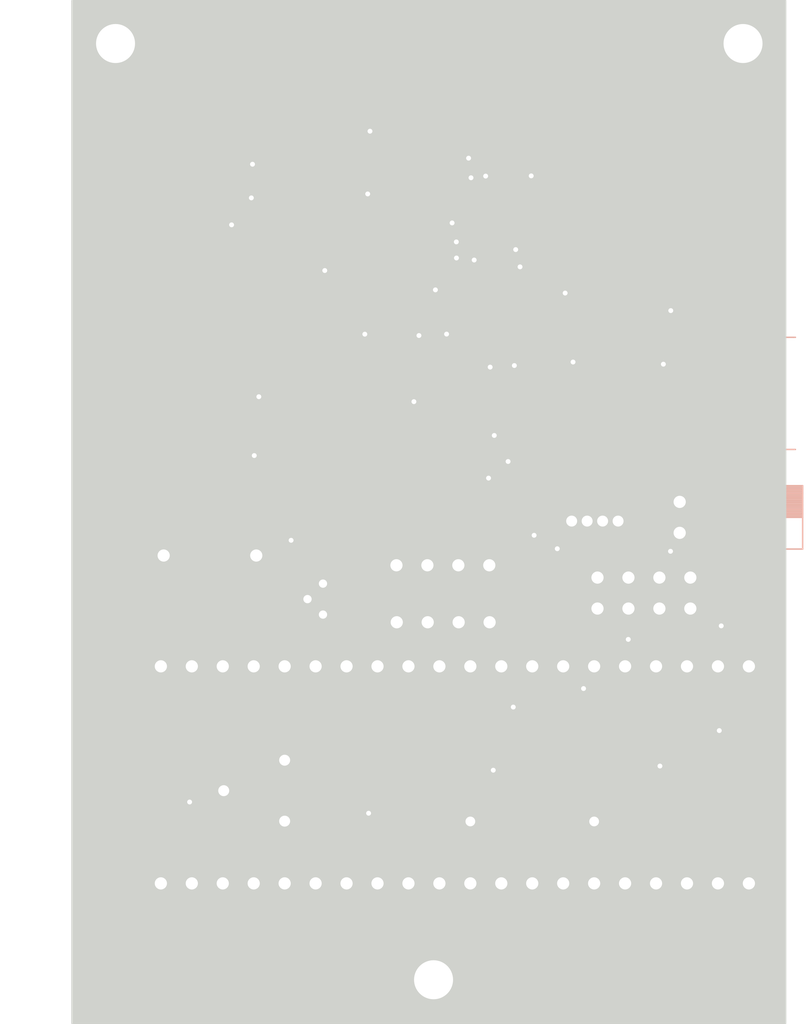
<source format=kicad_pcb>
(kicad_pcb (version 20221018) (generator pcbnew)
  (title_block (title "Smart-Mobility ") (company "University of Deusto") (comment 1 "by : Unai Urgoiti Lopez de Luzuriaga"))
  (layers (0 "F.Cu" signal) (31 "B.Cu" signal) (34 "B.Paste" user) (35 "F.Paste" user) (36 "B.SilkS" user "B.Silkscreen") (37 "F.SilkS" user "F.Silkscreen") (38 "B.Mask" user) (39 "F.Mask" user) (44 "Edge.Cuts" user))
  (net 0 "")
  (net 1 "Net-(D1-K)")
  (net 2 "Net-(D1-A)")
  (net 3 "Net-(D12-K)")
  (net 4 "Net-(D13-K)")
  (net 5 "Net-(D14-K)")
  (net 6 "Net-(D10-K)")
  (net 7 "Net-(D10-A)")
  (net 8 "Net-(D11-A)")
  (net 9 "Net-(D16-A)")
  (net 10 "Net-(D21-A)")
  (net 12 "+5V")
  (net 13 "GND")
  (net 15 "unconnected-(J1-SHIELD-PadS1)")
  (net 16 "Net-(BZ1--)")
  (net 17 "Net-(J2-Pin_3)")
  (net 18 "Net-(J4-Pin_1)")
  (net 19 "Net-(J4-Pin_2)")
  (net 21 "Net-(J4-Pin_4)")
  (net 22 "Net-(J4-Pin_5)")
  (net 23 "Net-(J4-Pin_6)")
  (net 24 "Net-(J4-Pin_7)")
  (net 26 "Net-(J4-Pin_9)")
  (net 27 "Net-(J4-Pin_10)")
  (net 28 "Net-(BZ1-+)")
  (net 29 "Net-(D26-DO)")
  (net 32 "Net-(D26-GND)")
  (net 34 "Net-(U1-O1)")
  (net 35 "Net-(U1-O2)")
  (net 36 "Net-(U1-O3)")
  (net 37 "Net-(U1-O4)")
  (net 38 "Net-(U1-O5)")
  (net 39 "Net-(U1-I1)")
  (net 40 "Net-(U1-I3)")
  (net 41 "Net-(U1-I5)")
  (net 42 "Net-(U1-I7)")
  (net 43 "Net-(U2-I1)")
  (net 44 "Net-(U2-I3)")
  (net 45 "Net-(U2-I5)")
  (net 46 "Net-(U2-I7)")
  (net 47 "Net-(U1-I2)")
  (net 48 "Net-(U1-I4)")
  (net 49 "Net-(U1-I6)")
  (net 50 "Net-(U2-I2)")
  (net 51 "Net-(U2-I4)")
  (net 52 "Net-(U2-I6)")
  (net 54 "Net-(D26-VDD)")
  (net 55 "Net-(D26-DI)")
  (net 58 "Net-(J2-Pin_4)")
  (net 63 "Net-(J4-Pin_14)")
  (net 64 "Net-(J4-Pin_15)")
  (net 65 "Net-(J5-Pin_7)")
  (net 66 "Net-(J5-Pin_19)")
  (net 67 "Net-(Q1-B)")
  (net 74 "+3.3V")
  (net 75 "Net-(J5-Pin_9)")
  (net 76 "Net-(J5-Pin_10)")
  (net 77 "Net-(J5-Pin_12)")
  (footprint "MountingHole:MountingHole_3.2mm_M3" (layer "F.Cu") (at 77.9 110.8)
    (fp_text reference "REF**")
    (fp_text value "MountingHole_3.2mm_M3")
  )
  (footprint "MountingHole:MountingHole_3.2mm_M3" (layer "F.Cu") (at 51.8 34)
    (fp_text reference "MH2")
    (fp_text value "MountingHole_3.2mm_M3")
  )
  (footprint "LED_THT:LED_D5.0mm-4_RGB" (layer "F.Cu") (at 93.045 73.175 180)
    (fp_text reference "D26")
    (fp_text value "APA-106-F5" hide)
  )
  (footprint "LED_SMD:LED_PLCC-2_3.4x3.0mm_KA" (layer "F.Cu") (at 62.62 53.17)
    (fp_text reference "D2" hide)
    (fp_text value "LED")
  )
  (footprint "LED_SMD:LED_PLCC-2_3.4x3.0mm_KA" (layer "F.Cu") (at 78.02 46.245)
    (fp_text reference "D11" hide)
    (fp_text value "LED")
  )
  (footprint "LED_SMD:LED_PLCC-2_3.4x3.0mm_KA" (layer "F.Cu") (at 77.845 67.32)
    (fp_text reference "D15" hide)
    (fp_text value "LED")
  )
  (footprint "LED_SMD:LED_PLCC-2_3.4x3.0mm_KA" (layer "F.Cu") (at 87.87 42.745)
    (fp_text reference "D20" hide)
    (fp_text value "LED")
  )
  (footprint "LED_SMD:LED_PLCC-2_3.4x3.0mm_KA" (layer "F.Cu") (at 82.97 41.245)
    (fp_text reference "D21" hide)
    (fp_text value "LED")
  )
  (footprint "MountingHole:MountingHole_3.2mm_M3" (layer "F.Cu") (at 103.3 34)
    (fp_text reference "MH3")
    (fp_text value "MountingHole_3.2mm_M3")
  )
  (footprint "LED_SMD:LED_PLCC-2_3.4x3.0mm_KA" (layer "F.Cu") (at 67.695 58.195)
    (fp_text reference "D3" hide)
    (fp_text value "LED")
  )
  (footprint "LED_SMD:LED_PLCC-2_3.4x3.0mm_KA" (layer "F.Cu") (at 77.945 59.92)
    (fp_text reference "D14" hide)
    (fp_text value "LED")
  )
  (footprint "LED_SMD:LED_PLCC-2_3.4x3.0mm_KA" (layer "F.Cu") (at 97.22 48.47)
    (fp_text reference "D24" hide)
    (fp_text value "LED")
  )
  (footprint "Buzzer_Beeper:MagneticBuzzer_ProSignal_ABI-009-RC" (layer "F.Cu") (at 55.75 76)
    (fp_text reference "BZ1")
    (fp_text value "Buzzer")
  )
  (footprint "LED_SMD:LED_PLCC-2_3.4x3.0mm_KA" (layer "F.Cu") (at 72.77 55.67)
    (fp_text reference "D8" hide)
    (fp_text value "LED")
  )
  (footprint "LED_SMD:LED_PLCC-2_3.4x3.0mm_KA" (layer "F.Cu") (at 72.745 41.195)
    (fp_text reference "D10" hide)
    (fp_text value "LED")
  )
  (footprint "LED_SMD:LED_PLCC-2_3.4x3.0mm_KA" (layer "F.Cu") (at 77.87 40.47)
    (fp_text reference "D4" hide)
    (fp_text value "LED")
  )
  (footprint "LED_SMD:LED_PLCC-2_3.4x3.0mm_KA" (layer "F.Cu") (at 88.145 50.72)
    (fp_text reference "D17" hide)
    (fp_text value "LED")
  )
  (footprint "LED_SMD:LED_PLCC-2_3.4x3.0mm_KA" (layer "F.Cu") (at 72.745 62.445)
    (fp_text reference "D9" hide)
    (fp_text value "LED")
  )
  (footprint "LED_SMD:LED_PLCC-2_3.4x3.0mm_KA" (layer "F.Cu") (at 83.095 62.495)
    (fp_text reference "D19" hide)
    (fp_text value "LED")
  )
  (footprint "LED_SMD:LED_PLCC-2_3.4x3.0mm_KA" (layer "F.Cu") (at 58.195 48.345)
    (fp_text reference "D25" hide)
    (fp_text value "LED")
  )
  (footprint "LED_SMD:LED_PLCC-2_3.4x3.0mm_KA" (layer "F.Cu") (at 88.22 57.995)
    (fp_text reference "D23" hide)
    (fp_text value "LED")
  )
  (footprint "LED_SMD:LED_PLCC-2_3.4x3.0mm_KA" (layer "F.Cu") (at 83.17 48.495)
    (fp_text reference "D16" hide)
    (fp_text value "LED")
  )
  (footprint "LED_SMD:LED_PLCC-2_3.4x3.0mm_KA" (layer "F.Cu") (at 67.77 42.77)
    (fp_text reference "D5" hide)
    (fp_text value "LED")
  )
  (footprint "LED_SMD:LED_PLCC-2_3.4x3.0mm_KA" (layer "F.Cu") (at 67.795 50.72)
    (fp_text reference "D7" hide)
    (fp_text value "LED")
  )
  (footprint "LED_SMD:LED_PLCC-2_3.4x3.0mm_KA" (layer "F.Cu") (at 62.945 45.17)
    (fp_text reference "D1" hide)
    (fp_text value "LED")
  )
  (footprint "LED_SMD:LED_PLCC-2_3.4x3.0mm_KA" (layer "F.Cu") (at 92.72 45.27)
    (fp_text reference "D12" hide)
    (fp_text value "LED")
  )
  (footprint "Connector_PinSocket_2.54mm:PinSocket_1x04_P2.54mm_Vertical" (layer "F.Cu") (at 82.5 81.475 -90)
    (fp_text reference "J2")
    (fp_text value "Conn_01x04_Pin")
  )
  (footprint "LED_SMD:LED_PLCC-2_3.4x3.0mm_KA" (layer "F.Cu") (at 77.995 53.795)
    (fp_text reference "D13" hide)
    (fp_text value "LED")
  )
  (footprint "LED_SMD:LED_PLCC-2_3.4x3.0mm_KA" (layer "F.Cu") (at 93.145 53.345)
    (fp_text reference "D22" hide)
    (fp_text value "LED")
  )
  (footprint "LED_SMD:LED_PLCC-2_3.4x3.0mm_KA" (layer "F.Cu") (at 72.92 48.445)
    (fp_text reference "D6" hide)
    (fp_text value "LED")
  )
  (footprint "LED_SMD:LED_PLCC-2_3.4x3.0mm_KA" (layer "F.Cu") (at 83.12 55.67)
    (fp_text reference "D18" hide)
    (fp_text value "LED")
  )
  (footprint "Connector_USB:USB_C_Receptacle_GCT_USB4135-GF-A_6P_TopMnt_Horizontal" (layer "B.Cu") (at 104.6 62.7 -90)
    (fp_text reference "J1")
    (fp_text value "USB_C_Receptacle_PowerOnly_6P" hide)
  )
  (footprint "Resistor_SMD:R_1210_3225Metric" (layer "B.Cu") (at 61.25 66.3125 90)
    (fp_text reference "R8")
    (fp_text value "R")
  )
  (footprint "Resistor_SMD:R_1210_3225Metric" (layer "B.Cu") (at 74.575 52)
    (fp_text reference "R13")
    (fp_text value "R")
  )
  (footprint "ULN:D0016A_L" (layer "B.Cu") (at 76.6 58.4 90)
    (fp_text reference "U2")
    (fp_text value "ULN2003")
  )
  (footprint "Resistor_SMD:R_1210_3225Metric" (layer "B.Cu") (at 97.85 63.675 -90)
    (fp_text reference "R26")
    (fp_text value "R")
  )
  (footprint "Connector_PinSocket_2.54mm:PinSocket_1x04_P2.54mm_Vertical" (layer "B.Cu") (at 82.475 76.8 90)
    (fp_text reference "J6")
    (fp_text value "Conn_01x04_Pin")
  )
  (footprint "Connector_PinHeader_2.54mm:PinHeader_2x04_P2.54mm_Vertical" (layer "B.Cu") (at 98.975 80.35 90)
    (fp_text reference "SW1")
    (fp_text value "SW_DIP_x04")
  )
  (footprint "Resistor_SMD:R_1210_3225Metric" (layer "B.Cu") (at 57.95 71.35)
    (fp_text reference "R16")
    (fp_text value "R")
  )
  (footprint "Resistor_SMD:R_1210_3225Metric" (layer "B.Cu") (at 66.1 52.325 -90)
    (fp_text reference "R3")
    (fp_text value "R")
  )
  (footprint "Resistor_SMD:R_1210_3225Metric" (layer "B.Cu") (at 75.75 71.175 90)
    (fp_text reference "R11")
    (fp_text value "R")
  )
  (footprint "Resistor_SMD:R_1210_3225Metric" (layer "B.Cu") (at 85.1 68.5375 -90)
    (fp_text reference "R22")
    (fp_text value "R")
  )
  (footprint "Resistor_SMD:R_1210_3225Metric" (layer "B.Cu") (at 57.275 66.275 90)
    (fp_text reference "R9")
    (fp_text value "R")
  )
  (footprint "Potentiometer_THT:Potentiometer_Piher_PT-6-V_Vertical" (layer "B.Cu") (at 65.68 97.79 180)
    (fp_text reference "R20")
    (fp_text value "R_Variable")
  )
  (footprint "Resistor_SMD:R_1210_3225Metric" (layer "B.Cu") (at 69.25 47.25 -90)
    (fp_text reference "R2")
    (fp_text value "R")
  )
  (footprint "Resistor_SMD:R_1210_3225Metric" (layer "B.Cu") (at 69.45 52.325 -90)
    (fp_text reference "R1")
    (fp_text value "R")
  )
  (footprint "Resistor_SMD:R_1210_3225Metric" (layer "B.Cu") (at 93.98 60.25)
    (fp_text reference "R27")
    (fp_text value "R")
  )
  (footprint "Resistor_SMD:R_1210_3225Metric" (layer "B.Cu") (at 81 66.025 90)
    (fp_text reference "R18")
    (fp_text value "R")
  )
  (footprint "Connector_PinSocket_2.54mm:PinSocket_1x20_P2.54mm_Vertical" (layer "B.Cu") (at 55.52 85.09 -90)
    (fp_text reference "J4")
    (fp_text value "Conn_01x20_Pin")
  )
  (footprint "Resistor_SMD:R_1210_3225Metric" (layer "B.Cu") (at 92.525 68.5425 -90)
    (fp_text reference "R24")
    (fp_text value "R")
  )
  (footprint "Resistor_SMD:R_1210_3225Metric" (layer "B.Cu") (at 65.25 66.275 90)
    (fp_text reference "R7")
    (fp_text value "R")
  )
  (footprint "Resistor_SMD:R_1210_3225Metric" (layer "B.Cu") (at 73.25 66.225 90)
    (fp_text reference "R19")
    (fp_text value "R")
  )
  (footprint "Resistor_SMD:R_1210_3225Metric" (layer "B.Cu") (at 58.625 52.375 -90)
    (fp_text reference "R4")
    (fp_text value "R")
  )
  (footprint "Connector_PinSocket_2.54mm:PinSocket_1x02_P2.54mm_Horizontal" (layer "B.Cu") (at 98.1 71.6 180)
    (fp_text reference "J3")
    (fp_text value "Conn_01x02_Pin")
  )
  (footprint "Resistor_SMD:R_1210_3225Metric" (layer "B.Cu") (at 63.45 71.3 90)
    (fp_text reference "R15")
    (fp_text value "R")
  )
  (footprint "Resistor_SMD:R_1210_3225Metric" (layer "B.Cu") (at 93.5 63.9)
    (fp_text reference "R25")
    (fp_text value "R")
  )
  (footprint "Resistor_SMD:R_1210_3225Metric" (layer "B.Cu") (at 88.8 68.6 -90)
    (fp_text reference "R23")
    (fp_text value "R")
  )
  (footprint "Resistor_SMD:R_1210_3225Metric" (layer "B.Cu") (at 77.15 66.025 90)
    (fp_text reference "R12")
    (fp_text value "R")
  )
  (footprint "Resistor_SMD:R_1210_3225Metric" (layer "B.Cu") (at 62.65 52.375 -90)
    (fp_text reference "R5")
    (fp_text value "R")
  )
  (footprint "LOGO" (layer "B.Cu") (at 87.82752 37.93903 180)
    (fp_text reference "1" hide)
    (fp_text value "LOGO" hide)
  )
  (footprint "Resistor_SMD:R_1210_3225Metric" (layer "B.Cu") (at 69.15 66.275 90)
    (fp_text reference "R14")
    (fp_text value "R")
  )
  (footprint "Resistor_THT:R_Axial_DIN0207_L6.3mm_D2.5mm_P10.16mm_Horizontal" (layer "B.Cu") (at 91.08 97.815 180)
    (fp_text reference "R21")
    (fp_text value "R")
  )
  (footprint "ULN:D0016A_L" (layer "B.Cu") (at 64.135 58.61 90)
    (fp_text reference "U1")
    (fp_text value "ULN2003")
  )
  (footprint "ULN:TO-18_4" (layer "B.Cu") (at 68.825 79.575 180)
    (fp_text reference "Q1")
    (fp_text value "NPN" hide)
  )
  (footprint "Resistor_SMD:R_1210_3225Metric" (layer "B.Cu") (at 67.55 71.225 90)
    (fp_text reference "R6")
    (fp_text value "R")
  )
  (footprint "Resistor_SMD:R_1210_3225Metric" (layer "B.Cu") (at 71.475 71.225 90)
    (fp_text reference "R10")
    (fp_text value "R")
  )
  (footprint "Resistor_SMD:R_1210_3225Metric" (layer "B.Cu") (at 80.25 71.25 90)
    (fp_text reference "R17")
    (fp_text value "R")
  )
  (footprint "Connector_PinSocket_2.54mm:PinSocket_1x20_P2.54mm_Vertical" (layer "B.Cu") (at 55.52 102.895 -90)
    (fp_text reference "J5")
    (fp_text value "Conn_01x20_Pin")
  )
  (gr_line (start 101.299527 48.465473) (end 77.765868 71.999132) (stroke (width 0.2)) (layer "F.SilkS"))
  (gr_line (start 77.721349 71.896349) (end 54.215916 48.390916) (stroke (width 0.2)) (layer "F.SilkS"))
  (gr_arc (start 54.215916 48.390916) (mid 77.795 38.62414) (end 101.374084 48.390916) (stroke (width 0.2)) (layer "F.SilkS"))
  (gr_rect (start 48.22 30.48) (end 106.8 114.38) (stroke (width 0.1)) (fill none) (layer "Edge.Cuts"))
  (gr_text "JLCJLCJLCJLC" (at 104.14 113.42) (layer "B.SilkS") (effects (font (size 1 1) (thickness 0.25) bold) (justify left bottom mirror)))
  (gr_text "Unai Urgoiti\nSmart-Mobility Device\nPFG 2023-2024" (at 87.5 47.5) (layer "B.SilkS") (effects (font (size 2 2) (thickness 0.3) bold italic) (justify mirror)))
  (gr_text "10 m" (at 96.395 42.37) (layer "F.SilkS") (effects (font (size 1.5 1.5) (thickness 0.3) bold) (justify left bottom)))
  (gr_text "5 m" (at 58.895 59.87) (layer "F.SilkS") (effects (font (size 1.5 1.5) (thickness 0.3) bold) (justify left bottom)))
  (gr_text "3 m" (at 88.145 64.37) (layer "F.SilkS") (effects (font (size 1.5 1.5) (thickness 0.3) bold) (justify left bottom)))
  (gr_text "10 m" (at 53.895 42.37) (layer "F.SilkS") (effects (font (size 1.5 1.5) (thickness 0.3) bold) (justify left bottom)))
  (gr_text "1 m" (at 68.895 69.87) (layer "F.SilkS") (effects (font (size 1.5 1.5) (thickness 0.3) bold) (justify left bottom)))
  (gr_text "8 m" (at 97.645 54.37) (layer "F.SilkS") (effects (font (size 1.5 1.5) (thickness 0.3) bold) (justify left bottom)))
  (gr_text "5 m" (at 92.895 59.37) (layer "F.SilkS") (effects (font (size 1.5 1.5) (thickness 0.3) bold) (justify left bottom)))
  (gr_text "Unai Urgoiti Lopez de Luzuriaga\nPFG 2023-2024" (at 79 34.5) (layer "F.SilkS") (effects (font (size 2 2) (thickness 0.3) bold italic)))
  (gr_text "1 m" (at 81.995 70.07) (layer "F.SilkS") (effects (font (size 1.5 1.5) (thickness 0.3) bold) (justify left bottom)))
  (gr_text "8 m" (at 53.895 54.87) (layer "F.SilkS") (effects (font (size 1.5 1.5) (thickness 0.3) bold) (justify left bottom)))
  (gr_text "3 m" (at 63.895 64.87) (layer "F.SilkS") (effects (font (size 1.5 1.5) (thickness 0.3) bold) (justify left bottom)))
  (segment (start 82.1767 46.3614) (end 81.67 46.8681) (width 0.25) (layer "F.Cu") (net 1))
  (segment (start 81.47 41.245) (end 81.47 42.8719) (width 0.25) (layer "F.Cu") (net 1))
  (segment (start 73.6239 46.6449) (end 72.4969 47.7719) (width 0.25) (layer "F.Cu") (net 1))
  (segment (start 76.52 46.6449) (end 73.6239 46.6449) (width 0.25) (layer "F.Cu") (net 1))
  (segment (start 76.52 46.6449) (end 76.52 47.024) (width 0.25) (layer "F.Cu") (net 1))
  (segment (start 63.0417 43.9021) (end 62.5219 44.4219) (width 0.25) (layer "F.Cu") (net 1))
  (segment (start 61.445 45.17) (end 62.5219 45.17) (width 0.25) (layer "F.Cu") (net 1))
  (segment (start 62.5219 44.4219) (end 62.5219 45.17) (width 0.25) (layer "F.Cu") (net 1))
  (segment (start 71.42 48.445) (end 72.4969 48.445) (width 0.25) (layer "F.Cu") (net 1))
  (segment (start 81.31 42.8719) (end 81.47 42.8719) (width 0.25) (layer "F.Cu") (net 1))
  (segment (start 76.52 46.245) (end 76.52 46.6449) (width 0.25) (layer "F.Cu") (net 1))
  (segment (start 81.67 48.495) (end 81.67 51.3232) (width 0.25) (layer "F.Cu") (net 1))
  (segment (start 80.7765 43.4054) (end 81.31 42.8719) (width 0.25) (layer "F.Cu") (net 1))
  (segment (start 82.1767 44.875) (end 82.1767 46.3614) (width 0.25) (layer "F.Cu") (net 1))
  (segment (start 76.52 47.024) (end 79.7686 50.2726) (width 0.25) (layer "F.Cu") (net 1))
  (segment (start 72.4969 47.7719) (end 72.4969 48.445) (width 0.25) (layer "F.Cu") (net 1))
  (segment (start 81.67 48.495) (end 81.67 46.8681) (width 0.25) (layer "F.Cu") (net 1))
  (segment (start 81.67 51.3232) (end 81.2334 51.7598) (width 0.25) (layer "F.Cu") (net 1))
  (via (at 63.0417 43.9021) (size 0.8) (drill 0.4) (layers "F.Cu" "B.Cu") (net 1))
  (via (at 82.1767 44.875) (size 0.8) (drill 0.4) (layers "F.Cu" "B.Cu") (net 1))
  (via (at 80.7765 43.4054) (size 0.8) (drill 0.4) (layers "F.Cu" "B.Cu") (net 1))
  (via (at 79.7686 50.2726) (size 0.8) (drill 0.4) (layers "F.Cu" "B.Cu") (net 1))
  (via (at 81.2334 51.7598) (size 0.8) (drill 0.4) (layers "F.Cu" "B.Cu") (net 1))
  (segment (start 81.2334 54.5847) (end 81.2334 51.7598) (width 0.25) (layer "B.Cu") (net 1))
  (segment (start 81.045 56.05) (end 81.045 54.7731) (width 0.25) (layer "B.Cu") (net 1))
  (segment (start 81.045 54.7731) (end 81.2334 54.5847) (width 0.25) (layer "B.Cu") (net 1))
  (segment (start 80.7765 43.8424) (end 63.1014 43.8424) (width 0.25) (layer "B.Cu") (net 1))
  (segment (start 81.2334 51.7598) (end 81.2334 51.7374) (width 0.25) (layer "B.Cu") (net 1))
  (segment (start 63.1014 43.8424) (end 63.0417 43.9021) (width 0.25) (layer "B.Cu") (net 1))
  (segment (start 80.7765 43.4054) (end 80.7765 43.8424) (width 0.25) (layer "B.Cu") (net 1))
  (segment (start 81.1441 43.8424) (end 82.1767 44.875) (width 0.25) (layer "B.Cu") (net 1))
  (segment (start 80.7765 43.8424) (end 81.1441 43.8424) (width 0.25) (layer "B.Cu") (net 1))
  (segment (start 81.2334 51.7374) (end 79.7686 50.2726) (width 0.25) (layer "B.Cu") (net 1))
  (segment (start 68.9725 52.622) (end 68.7206 52.8739) (width 0.25) (layer "F.Cu") (net 2))
  (segment (start 68.7206 56.0937) (end 68.7206 55.267) (width 0.25) (layer "F.Cu") (net 2))
  (segment (start 69.27 42.77) (end 68.1931 42.77) (width 0.25) (layer "F.Cu") (net 2))
  (segment (start 79.37 40.47) (end 78.2931 40.47) (width 0.25) (layer "F.Cu") (net 2))
  (segment (start 64.1185 51.5431) (end 64.12 51.5446) (width 0.25) (layer "F.Cu") (net 2))
  (segment (start 68.7206 52.8739) (end 68.7206 55.267) (width 0.25) (layer "F.Cu") (net 2))
  (segment (start 68.1931 43.4431) (end 66.4662 45.17) (width 0.25) (layer "F.Cu") (net 2))
  (segment (start 69.27 42.77) (end 69.3279 42.8279) (width 0.25) (layer "F.Cu") (net 2))
  (segment (start 64.12 53.17) (end 64.12 51.5446) (width 0.25) (layer "F.Cu") (net 2))
  (segment (start 60.0431 51.7346) (end 60.2346 51.5431) (width 0.25) (layer "F.Cu") (net 2))
  (segment (start 68.7206 55.267) (end 60.6692 55.267) (width 0.25) (layer "F.Cu") (net 2))
  (segment (start 68.1931 42.77) (end 68.1931 43.4431) (width 0.25) (layer "F.Cu") (net 2))
  (segment (start 69.195 56.5681) (end 68.7206 56.0937) (width 0.25) (layer "F.Cu") (net 2))
  (segment (start 60.2346 51.5431) (end 64.1185 51.5431) (width 0.25) (layer "F.Cu") (net 2))
  (segment (start 64.1185 47.1234) (end 64.445 46.7969) (width 0.25) (layer "F.Cu") (net 2))
  (segment (start 69.195 58.195) (end 69.195 56.5681) (width 0.25) (layer "F.Cu") (net 2))
  (segment (start 78.2931 41.1431) (end 78.2931 40.47) (width 0.25) (layer "F.Cu") (net 2))
  (segment (start 60.6692 55.267) (end 60.0431 54.6409) (width 0.25) (layer "F.Cu") (net 2))
  (segment (start 64.445 45.17) (end 64.445 46.7969) (width 0.25) (layer "F.Cu") (net 2))
  (segment (start 64.1185 51.5431) (end 64.1185 47.1234) (width 0.25) (layer "F.Cu") (net 2))
  (segment (start 66.4662 45.17) (end 64.445 45.17) (width 0.25) (layer "F.Cu") (net 2))
  (segment (start 76.6083 42.8279) (end 78.2931 41.1431) (width 0.25) (layer "F.Cu") (net 2))
  (segment (start 60.0431 54.6409) (end 60.0431 51.7346) (width 0.25) (layer "F.Cu") (net 2))
  (segment (start 69.3279 42.8279) (end 76.6083 42.8279) (width 0.25) (layer "F.Cu") (net 2))
  (via (at 68.9725 52.622) (size 0.8) (drill 0.4) (layers "F.Cu" "B.Cu") (net 2))
  (segment (start 68.9725 51.34) (end 68.9725 52.622) (width 0.25) (layer "B.Cu") (net 2))
  (segment (start 69.45 50.8625) (end 68.9725 51.34) (width 0.25) (layer "B.Cu") (net 2))
  (segment (start 91.22 49.043) (end 88.7585 49.043) (width 0.25) (layer "F.Cu") (net 3))
  (segment (start 62.1969 53.17) (end 62.1969 53.8431) (width 0.25) (layer "F.Cu") (net 3))
  (segment (start 79.4225 48.7172) (end 78.4425 47.7372) (width 0.25) (layer "F.Cu") (net 3))
  (segment (start 78.4425 45.6004) (end 77.4602 44.6181) (width 0.25) (layer "F.Cu") (net 3))
  (segment (start 91.22 51.2931) (end 91.645 51.7181) (width 0.25) (layer "F.Cu") (net 3))
  (segment (start 91.645 53.345) (end 91.645 51.7181) (width 0.25) (layer "F.Cu") (net 3))
  (segment (start 62.1969 53.8431) (end 63.1507 54.7969) (width 0.25) (layer "F.Cu") (net 3))
  (segment (start 91.22 45.6767) (end 91.22 49.043) (width 0.25) (layer "F.Cu") (net 3))
  (segment (start 70.77 44.6181) (end 66.295 49.0931) (width 0.25) (layer "F.Cu") (net 3))
  (segment (start 86.645 50.72) (end 85.5681 50.72) (width 0.25) (layer "F.Cu") (net 3))
  (segment (start 66.295 50.72) (end 66.295 49.0931) (width 0.25) (layer "F.Cu") (net 3))
  (segment (start 78.4425 47.7372) (end 78.4425 45.6004) (width 0.25) (layer "F.Cu") (net 3))
  (segment (start 65.0109 54.7969) (end 66.295 53.5128) (width 0.25) (layer "F.Cu") (net 3))
  (segment (start 63.1507 54.7969) (end 65.0109 54.7969) (width 0.25) (layer "F.Cu") (net 3))
  (segment (start 61.12 53.17) (end 62.1969 53.17) (width 0.25) (layer "F.Cu") (net 3))
  (segment (start 91.22 45.27) (end 91.22 45.6767) (width 0.25) (layer "F.Cu") (net 3))
  (segment (start 85.5681 51.7506) (end 85.5681 50.72) (width 0.25) (layer "F.Cu") (net 3))
  (segment (start 77.4602 44.6181) (end 70.77 44.6181) (width 0.25) (layer "F.Cu") (net 3))
  (segment (start 86.645 50.72) (end 87.7219 50.72) (width 0.25) (layer "F.Cu") (net 3))
  (segment (start 66.295 53.5128) (end 66.295 50.72) (width 0.25) (layer "F.Cu") (net 3))
  (segment (start 84.9982 52.3205) (end 85.5681 51.7506) (width 0.25) (layer "F.Cu") (net 3))
  (segment (start 91.22 49.043) (end 91.22 51.2931) (width 0.25) (layer "F.Cu") (net 3))
  (segment (start 88.7585 49.043) (end 87.7219 50.0796) (width 0.25) (layer "F.Cu") (net 3))
  (segment (start 87.7219 50.0796) (end 87.7219 50.72) (width 0.25) (layer "F.Cu") (net 3))
  (via (at 84.9982 52.3205) (size 0.8) (drill 0.4) (layers "F.Cu" "B.Cu") (net 3))
  (via (at 79.4225 48.7172) (size 0.8) (drill 0.4) (layers "F.Cu" "B.Cu") (net 3))
  (segment (start 82.8223 52.117) (end 79.4225 48.7172) (width 0.25) (layer "B.Cu") (net 3))
  (segment (start 82.8223 52.3205) (end 84.9982 52.3205) (width 0.25) (layer "B.Cu") (net 3))
  (segment (start 81.3504 57.3269) (end 82.8223 55.855) (width 0.25) (layer "B.Cu") (net 3))
  (segment (start 79.775 56.05) (end 79.775 57.3269) (width 0.25) (layer "B.Cu") (net 3))
  (segment (start 79.775 57.3269) (end 81.3504 57.3269) (width 0.25) (layer "B.Cu") (net 3))
  (segment (start 82.8223 55.855) (end 82.8223 52.3205) (width 0.25) (layer "B.Cu") (net 3))
  (segment (start 82.8223 52.3205) (end 82.8223 52.117) (width 0.25) (layer "B.Cu") (net 3))
  (segment (start 72.5395 56.5356) (end 72.3469 56.3431) (width 0.25) (layer "F.Cu") (net 4))
  (segment (start 82.6969 56.3431) (end 84.3488 57.995) (width 0.25) (layer "F.Cu") (net 4))
  (segment (start 78.0525 54.8922) (end 78.0525 54.2076) (width 0.25) (layer "F.Cu") (net 4))
  (segment (start 78.0525 54.8922) (end 78.8303 55.67) (width 0.25) (layer "F.Cu") (net 4))
  (segment (start 72.5395 56.5356) (end 71.5332 57.5419) (width 0.25) (layer "F.Cu") (net 4))
  (segment (start 73.3007 57.2969) (end 72.5395 56.5356) (width 0.25) (layer "F.Cu") (net 4))
  (segment (start 84.3488 57.995) (end 86.72 57.995) (width 0.25) (layer "F.Cu") (net 4))
  (segment (start 67.2719 58.8324) (end 67.2719 58.195) (width 0.25) (layer "F.Cu") (net 4))
  (segment (start 77.6249 54.8922) (end 75.2202 57.2969) (width 0.25) (layer "F.Cu") (net 4))
  (segment (start 78.0525 54.8922) (end 77.6249 54.8922) (width 0.25) (layer "F.Cu") (net 4))
  (segment (start 71.4901 57.6022) (end 71.4901 58.413) (width 0.25) (layer "F.Cu") (net 4))
  (segment (start 82.6969 55.67) (end 82.6969 56.3431) (width 0.25) (layer "F.Cu") (net 4))
  (segment (start 77.9845 54.2076) (end 77.5719 53.795) (width 0.25) (layer "F.Cu") (net 4))
  (segment (start 81.62 55.67) (end 82.6969 55.67) (width 0.25) (layer "F.Cu") (net 4))
  (segment (start 75.2202 57.2969) (end 73.3007 57.2969) (width 0.25) (layer "F.Cu") (net 4))
  (segment (start 78.0525 54.2076) (end 77.9845 54.2076) (width 0.25) (layer "F.Cu") (net 4))
  (segment (start 71.4901 58.413) (end 70.0303 59.8728) (width 0.25) (layer "F.Cu") (net 4))
  (segment (start 71.5332 57.5591) (end 71.4901 57.6022) (width 0.25) (layer "F.Cu") (net 4))
  (segment (start 66.195 58.195) (end 67.2719 58.195) (width 0.25) (layer "F.Cu") (net 4))
  (segment (start 68.3123 59.8728) (end 67.2719 58.8324) (width 0.25) (layer "F.Cu") (net 4))
  (segment (start 76.495 53.795) (end 77.5719 53.795) (width 0.25) (layer "F.Cu") (net 4))
  (segment (start 71.5332 57.5419) (end 71.5332 57.5591) (width 0.25) (layer "F.Cu") (net 4))
  (segment (start 78.8303 55.67) (end 81.62 55.67) (width 0.25) (layer "F.Cu") (net 4))
  (segment (start 72.3469 56.3431) (end 72.3469 55.67) (width 0.25) (layer "F.Cu") (net 4))
  (segment (start 71.27 55.67) (end 72.3469 55.67) (width 0.25) (layer "F.Cu") (net 4))
  (segment (start 70.0303 59.8728) (end 68.3123 59.8728) (width 0.25) (layer "F.Cu") (net 4))
  (via (at 78.0525 54.2076) (size 0.8) (drill 0.4) (layers "F.Cu" "B.Cu") (net 4))
  (segment (start 78.0525 54.3206) (end 78.0525 54.2076) (width 0.25) (layer "B.Cu") (net 4))
  (segment (start 78.505 56.05) (end 78.505 54.7731) (width 0.25) (layer "B.Cu") (net 4))
  (segment (start 78.505 54.7731) (end 78.0525 54.3206) (width 0.25) (layer "B.Cu") (net 4))
  (segment (start 90.2932 38.8017) (end 95.72 44.2285) (width 0.25) (layer "F.Cu") (net 5))
  (segment (start 80.2413 68.9704) (end 81.595 67.6167) (width 0.25) (layer "F.Cu") (net 5))
  (segment (start 99.7969 46.94) (end 99.7969 58.3488) (width 0.25) (layer "F.Cu") (net 5))
  (segment (start 76.445 59.1065) (end 76.445 58.2931) (width 0.25) (layer "F.Cu") (net 5))
  (segment (start 76.7013 58.0368) (end 76.445 58.2931) (width 0.25) (layer "F.Cu") (net 5))
  (segment (start 95.72 46.7923) (end 99.6492 46.7923) (width 0.25) (layer "F.Cu") (net 5))
  (segment (start 76.445 59.5132) (end 76.445 59.1065) (width 0.25) (layer "F.Cu") (net 5))
  (segment (start 76.7013 57.9546) (end 76.7013 58.0368) (width 0.25) (layer "F.Cu") (net 5))
  (segment (start 76.37 40.47) (end 77.4469 40.47) (width 0.25) (layer "F.Cu") (net 5))
  (segment (start 76.445 59.5132) (end 78.0438 61.112) (width 0.25) (layer "F.Cu") (net 5))
  (segment (start 78.0438 61.112) (end 78.0438 68.5645) (width 0.25) (layer "F.Cu") (net 5))
  (segment (start 97.0742 61.0715) (end 86.2556 61.0715) (width 0.25) (layer "F.Cu") (net 5))
  (segment (start 77.4469 39.7969) (end 78.4421 38.8017) (width 0.25) (layer "F.Cu") (net 5))
  (segment (start 78.4497 68.9704) (end 80.2413 68.9704) (width 0.25) (layer "F.Cu") (net 5))
  (segment (start 81.595 67.6167) (end 81.595 62.495) (width 0.25) (layer "F.Cu") (net 5))
  (segment (start 74.9873 59.1065) (end 72.3219 61.7719) (width 0.25) (layer "F.Cu") (net 5))
  (segment (start 82.2822 59.6769) (end 81.595 60.3641) (width 0.25) (layer "F.Cu") (net 5))
  (segment (start 72.3219 61.7719) (end 72.3219 62.445) (width 0.25) (layer "F.Cu") (net 5))
  (segment (start 77.4469 40.47) (end 77.4469 39.7969) (width 0.25) (layer "F.Cu") (net 5))
  (segment (start 95.72 46.7923) (end 95.72 48.47) (width 0.25) (layer "F.Cu") (net 5))
  (segment (start 81.595 60.3641) (end 81.595 62.495) (width 0.25) (layer "F.Cu") (net 5))
  (segment (start 99.6492 46.7923) (end 99.7969 46.94) (width 0.25) (layer "F.Cu") (net 5))
  (segment (start 95.72 44.2285) (end 95.72 46.7923) (width 0.25) (layer "F.Cu") (net 5))
  (segment (start 99.7969 58.3488) (end 97.0742 61.0715) (width 0.25) (layer "F.Cu") (net 5))
  (segment (start 76.445 59.92) (end 76.445 59.5132) (width 0.25) (layer "F.Cu") (net 5))
  (segment (start 78.0438 68.5645) (end 78.4497 68.9704) (width 0.25) (layer "F.Cu") (net 5))
  (segment (start 86.2556 61.0715) (end 84.861 59.6769) (width 0.25) (layer "F.Cu") (net 5))
  (segment (start 76.445 59.1065) (end 74.9873 59.1065) (width 0.25) (layer "F.Cu") (net 5))
  (segment (start 84.861 59.6769) (end 82.2822 59.6769) (width 0.25) (layer "F.Cu") (net 5))
  (segment (start 78.4421 38.8017) (end 90.2932 38.8017) (width 0.25) (layer "F.Cu") (net 5))
  (segment (start 71.245 62.445) (end 72.3219 62.445) (width 0.25) (layer "F.Cu") (net 5))
  (via (at 76.7013 57.9546) (size 0.8) (drill 0.4) (layers "F.Cu" "B.Cu") (net 5))
  (segment (start 76.7013 57.8606) (end 76.7013 57.9546) (width 0.25) (layer "B.Cu") (net 5))
  (segment (start 77.235 57.3269) (end 76.7013 57.8606) (width 0.25) (layer "B.Cu") (net 5))
  (segment (start 77.235 56.05) (end 77.235 57.3269) (width 0.25) (layer "B.Cu") (net 5))
  (segment (start 86.37 44.4017) (end 86.37 42.745) (width 0.25) (layer "F.Cu") (net 6))
  (segment (start 76.288 65.6361) (end 76.345 65.6931) (width 0.25) (layer "F.Cu") (net 6))
  (segment (start 67.3469 42.0969) (end 68.3007 41.1431) (width 0.25) (layer "F.Cu") (net 6))
  (segment (start 60.6431 42.77) (end 66.27 42.77) (width 0.25) (layer "F.Cu") (net 6))
  (segment (start 76.345 67.32) (end 76.345 65.6931) (width 0.25) (layer "F.Cu") (net 6))
  (segment (start 66.27 42.77) (end 67.3469 42.77) (width 0.25) (layer "F.Cu") (net 6))
  (segment (start 72.3246 41.1923) (end 72.3219 41.195) (width 0.25) (layer "F.Cu") (net 6))
  (segment (start 68.3007 41.1431) (end 71.1931 41.1431) (width 0.25) (layer "F.Cu") (net 6))
  (segment (start 85.9144 44.8573) (end 86.37 44.4017) (width 0.25) (layer "F.Cu") (net 6))
  (segment (start 71.1931 41.1431) (end 71.245 41.195) (width 0.25) (layer "F.Cu") (net 6))
  (segment (start 71.245 41.195) (end 72.3219 41.195) (width 0.25) (layer "F.Cu") (net 6))
  (segment (start 72.683 41.1923) (end 72.3246 41.1923) (width 0.25) (layer "F.Cu") (net 6))
  (segment (start 67.3469 42.77) (end 67.3469 42.0969) (width 0.25) (layer "F.Cu") (net 6))
  (segment (start 76.288 63.3782) (end 76.288 65.6361) (width 0.25) (layer "F.Cu") (net 6))
  (segment (start 56.695 47.5315) (end 56.695 46.7181) (width 0.25) (layer "F.Cu") (net 6))
  (segment (start 60.6431 42.77) (end 56.695 46.7181) (width 0.25) (layer "F.Cu") (net 6))
  (segment (start 56.695 47.5315) (end 56.695 48.345) (width 0.25) (layer "F.Cu") (net 6))
  (via (at 72.683 41.1923) (size 0.8) (drill 0.4) (layers "F.Cu" "B.Cu") (net 6))
  (via (at 85.9144 44.8573) (size 0.8) (drill 0.4) (layers "F.Cu" "B.Cu") (net 6))
  (via (at 76.288 63.3782) (size 0.8) (drill 0.4) (layers "F.Cu" "B.Cu") (net 6))
  (segment (start 75.965 58.2911) (end 76.4201 58.7462) (width 0.25) (layer "B.Cu") (net 6))
  (segment (start 85.9144 44.8573) (end 82.2494 41.1923) (width 0.25) (layer "B.Cu") (net 6))
  (segment (start 86.2033 45.1462) (end 86.2033 59.7738) (width 0.25) (layer "B.Cu") (net 6))
  (segment (start 86.2033 59.7738) (end 84.8274 61.1497) (width 0.25) (layer "B.Cu") (net 6))
  (segment (start 84.2237 61.1497) (end 81.8202 58.7462) (width 0.25) (layer "B.Cu") (net 6))
  (segment (start 75.3221 62.4123) (end 76.288 63.3782) (width 0.25) (layer "B.Cu") (net 6))
  (segment (start 81.8202 58.7462) (end 76.4201 58.7462) (width 0.25) (layer "B.Cu") (net 6))
  (segment (start 76.4201 58.7462) (end 75.3221 59.8442) (width 0.25) (layer "B.Cu") (net 6))
  (segment (start 82.2494 41.1923) (end 72.683 41.1923) (width 0.25) (layer "B.Cu") (net 6))
  (segment (start 75.965 56.05) (end 75.965 58.2911) (width 0.25) (layer "B.Cu") (net 6))
  (segment (start 84.8274 61.1497) (end 84.2237 61.1497) (width 0.25) (layer "B.Cu") (net 6))
  (segment (start 85.9144 44.8573) (end 86.2033 45.1462) (width 0.25) (layer "B.Cu") (net 6))
  (segment (start 75.3221 59.8442) (end 75.3221 62.4123) (width 0.25) (layer "B.Cu") (net 6))
  (segment (start 74.27 55.67) (end 74.27 54.0431) (width 0.25) (layer "F.Cu") (net 7))
  (segment (start 78.7581 76.2629) (end 78.7581 77.3085) (width 0.25) (layer "F.Cu") (net 7))
  (segment (start 74.42 48.445) (end 74.42 50.0719) (width 0.25) (layer "F.Cu") (net 7))
  (segment (start 73.1681 68.0572) (end 73.1681 62.445) (width 0.25) (layer "F.Cu") (net 7))
  (segment (start 62.9436 39.5284) (end 72.5383 39.5284) (width 0.25) (layer "F.Cu") (net 7))
  (segment (start 72.4966 46.3383) (end 70.9835 46.3383) (width 0.25) (layer "F.Cu") (net 7))
  (segment (start 81.1825 77.3005) (end 81.1825 76.0716) (width 0.25) (layer "F.Cu") (net 7))
  (segment (start 69.295 50.72) (end 73.7719 50.72) (width 0.25) (layer "F.Cu") (net 7))
  (segment (start 79.4378 77.9882) (end 80.4948 77.9882) (width 0.25) (layer "F.Cu") (net 7))
  (segment (start 69.295 48.0268) (end 69.295 50.72) (width 0.25) (layer "F.Cu") (net 7))
  (segment (start 59.5906 57.0954) (end 78.7581 76.2629) (width 0.25) (layer "F.Cu") (net 7))
  (segment (start 73.7719 53.545) (end 74.27 54.0431) (width 0.25) (layer "F.Cu") (net 7))
  (segment (start 61.3154 49.9719) (end 59.5906 49.9719) (width 0.25) (layer "F.Cu") (net 7))
  (segment (start 78.7581 77.3085) (end 79.4378 77.9882) (width 0.25) (layer "F.Cu") (net 7))
  (segment (start 80.4948 77.9882) (end 81.1825 77.3005) (width 0.25) (layer "F.Cu") (net 7))
  (segment (start 73.7719 50.72) (end 73.7719 53.545) (width 0.25) (layer "F.Cu") (net 7))
  (segment (start 81.1825 76.0716) (end 73.1681 68.0572) (width 0.25) (layer "F.Cu") (net 7))
  (segment (start 62.945 46.6622) (end 62.945 48.3423) (width 0.25) (layer "F.Cu") (net 7))
  (segment (start 73.7719 50.72) (end 74.42 50.0719) (width 0.25) (layer "F.Cu") (net 7))
  (segment (start 59.5906 49.9719) (end 55.7155 49.9719) (width 0.25) (layer "F.Cu") (net 7))
  (segment (start 74.245 41.195) (end 74.2049 41.195) (width 0.25) (layer "F.Cu") (net 7))
  (segment (start 72.5383 39.5284) (end 74.2049 41.195) (width 0.25) (layer "F.Cu") (net 7))
  (segment (start 62.945 48.3423) (end 61.3154 49.9719) (width 0.25) (layer "F.Cu") (net 7))
  (segment (start 74.245 62.445) (end 73.1681 62.445) (width 0.25) (layer "F.Cu") (net 7))
  (segment (start 55.7155 49.9719) (end 55.6181 49.8745) (width 0.25) (layer "F.Cu") (net 7))
  (segment (start 55.6181 46.8539) (end 62.9436 39.5284) (width 0.25) (layer "F.Cu") (net 7))
  (segment (start 70.9835 46.3383) (end 69.295 48.0268) (width 0.25) (layer "F.Cu") (net 7))
  (segment (start 55.6181 49.8745) (end 55.6181 46.8539) (width 0.25) (layer "F.Cu") (net 7))
  (segment (start 59.5906 49.9719) (end 59.5906 57.0954) (width 0.25) (layer "F.Cu") (net 7))
  (via (at 62.945 46.6622) (size 0.8) (drill 0.4) (layers "F.Cu" "B.Cu") (net 7))
  (via (at 72.4966 46.3383) (size 0.8) (drill 0.4) (layers "F.Cu" "B.Cu") (net 7))
  (segment (start 71.9458 45.7875) (end 72.4966 46.3383) (width 0.25) (layer "B.Cu") (net 7))
  (segment (start 62.945 46.6622) (end 63.8197 45.7875) (width 0.25) (layer "B.Cu") (net 7))
  (segment (start 69.25 45.7875) (end 71.9458 45.7875) (width 0.25) (layer "B.Cu") (net 7))
  (segment (start 63.8197 45.7875) (end 69.25 45.7875) (width 0.25) (layer "B.Cu") (net 7))
  (segment (start 80.5353 50.8384) (end 80.5353 48.7603) (width 0.25) (layer "F.Cu") (net 8))
  (segment (start 94.22 45.27) (end 94.22 43.6431) (width 0.25) (layer "F.Cu") (net 8))
  (segment (start 79.52 46.245) (end 79.52 44.6181) (width 0.25) (layer "F.Cu") (net 8))
  (segment (start 81.1429 44.1323) (end 82.7414 42.5338) (width 0.25) (layer "F.Cu") (net 8))
  (segment (start 79.4262 58.2931) (end 78.9697 57.8366) (width 0.25) (layer "F.Cu") (net 8))
  (segment (start 82.7414 42.5338) (end 82.7414 40.4074) (width 0.25) (layer "F.Cu") (net 8))
  (segment (start 79.52 44.6181) (end 80.0058 44.1323) (width 0.25) (layer "F.Cu") (net 8))
  (segment (start 90.195 39.6181) (end 94.22 43.6431) (width 0.25) (layer "F.Cu") (net 8))
  (segment (start 79.495 53.795) (end 79.495 51.8787) (width 0.25) (layer "F.Cu") (net 8))
  (segment (start 79.7804 51.5933) (end 80.5353 50.8384) (width 0.25) (layer "F.Cu") (net 8))
  (segment (start 83.5307 39.6181) (end 90.195 39.6181) (width 0.25) (layer "F.Cu") (net 8))
  (segment (start 79.445 58.2931) (end 79.4262 58.2931) (width 0.25) (layer "F.Cu") (net 8))
  (segment (start 79.445 59.92) (end 79.445 58.2931) (width 0.25) (layer "F.Cu") (net 8))
  (segment (start 80.5353 48.7603) (end 79.6469 47.8719) (width 0.25) (layer "F.Cu") (net 8))
  (segment (start 82.7414 40.4074) (end 83.5307 39.6181) (width 0.25) (layer "F.Cu") (net 8))
  (segment (start 79.6469 47.8719) (end 79.52 47.8719) (width 0.25) (layer "F.Cu") (net 8))
  (segment (start 79.495 51.8787) (end 79.7804 51.5933) (width 0.25) (layer "F.Cu") (net 8))
  (segment (start 79.345 67.32) (end 79.345 61.6469) (width 0.25) (layer "F.Cu") (net 8))
  (segment (start 79.445 59.92) (end 79.445 61.5469) (width 0.25) (layer "F.Cu") (net 8))
  (segment (start 79.52 46.245) (end 79.52 47.8719) (width 0.25) (layer "F.Cu") (net 8))
  (segment (start 80.0058 44.1323) (end 81.1429 44.1323) (width 0.25) (layer "F.Cu") (net 8))
  (segment (start 79.345 61.6469) (end 79.445 61.5469) (width 0.25) (layer "F.Cu") (net 8))
  (via (at 79.7804 51.5933) (size 0.8) (drill 0.4) (layers "F.Cu" "B.Cu") (net 8))
  (via (at 78.9697 57.8366) (size 0.8) (drill 0.4) (layers "F.Cu" "B.Cu") (net 8))
  (segment (start 79.1333 57.673) (end 78.9697 57.8366) (width 0.25) (layer "B.Cu") (net 8))
  (segment (start 76.8523 49.9594) (end 79.1333 52.2404) (width 0.25) (layer "B.Cu") (net 8))
  (segment (start 67.0031 49.9594) (end 76.8523 49.9594) (width 0.25) (layer "B.Cu") (net 8))
  (segment (start 79.7804 51.5933) (end 79.1333 52.2404) (width 0.25) (layer "B.Cu") (net 8))
  (segment (start 79.1333 52.2404) (end 79.1333 57.673) (width 0.25) (layer "B.Cu") (net 8))
  (segment (start 66.1 50.8625) (end 67.0031 49.9594) (width 0.25) (layer "B.Cu") (net 8))
  (segment (start 84.595 62.495) (end 84.595 60.4789) (width 0.25) (layer "F.Cu") (net 9))
  (segment (start 88.5681 51.3732) (end 86.4175 53.5238) (width 0.25) (layer "F.Cu") (net 9))
  (segment (start 84.2713 53.1751) (end 84.62 53.5238) (width 0.25) (layer "F.Cu") (net 9))
  (segment (start 84.6417 50.1502) (end 84.67 50.1219) (width 0.25) (layer "F.Cu") (net 9))
  (segment (start 85.7469 47.995) (end 89.37 44.3719) (width 0.25) (layer "F.Cu") (net 9))
  (segment (start 88.5681 50.72) (end 88.5681 51.3732) (width 0.25) (layer "F.Cu") (net 9))
  (segment (start 84.62 53.5238) (end 84.62 55.67) (width 0.25) (layer "F.Cu") (net 9))
  (segment (start 84.2713 51.2742) (end 84.2713 53.1751) (width 0.25) (layer "F.Cu") (net 9))
  (segment (start 84.67 48.495) (end 84.67 50.1219) (width 0.25) (layer "F.Cu") (net 9))
  (segment (start 89.645 50.72) (end 88.5681 50.72) (width 0.25) (layer "F.Cu") (net 9))
  (segment (start 84.67 48.495) (end 85.7469 48.495) (width 0.25) (layer "F.Cu") (net 9))
  (segment (start 89.37 42.745) (end 89.37 44.3719) (width 0.25) (layer "F.Cu") (net 9))
  (segment (start 84.595 60.4789) (end 84.5312 60.4151) (width 0.25) (layer "F.Cu") (net 9))
  (segment (start 84.6417 50.9038) (end 84.2713 51.2742) (width 0.25) (layer "F.Cu") (net 9))
  (segment (start 86.4175 53.5238) (end 84.62 53.5238) (width 0.25) (layer "F.Cu") (net 9))
  (segment (start 85.7469 48.495) (end 85.7469 47.995) (width 0.25) (layer "F.Cu") (net 9))
  (segment (start 84.6417 50.9038) (end 84.6417 50.1502) (width 0.25) (layer "F.Cu") (net 9))
  (via (at 84.5312 60.4151) (size 0.8) (drill 0.4) (layers "F.Cu" "B.Cu") (net 9))
  (via (at 84.6417 50.9038) (size 0.8) (drill 0.4) (layers "F.Cu" "B.Cu") (net 9))
  (segment (start 58.625 50.5225) (end 61.4118 47.7357) (width 0.25) (layer "B.Cu") (net 9))
  (segment (start 85.7304 59.2159) (end 84.5312 60.4151) (width 0.25) (layer "B.Cu") (net 9))
  (segment (start 61.4118 47.7357) (end 81.4736 47.7357) (width 0.25) (layer "B.Cu") (net 9))
  (segment (start 84.6417 50.9038) (end 85.7304 51.9925) (width 0.25) (layer "B.Cu") (net 9))
  (segment (start 85.7304 51.9925) (end 85.7304 59.2159) (width 0.25) (layer "B.Cu") (net 9))
  (segment (start 81.4736 47.7357) (end 84.6417 50.9038) (width 0.25) (layer "B.Cu") (net 9))
  (segment (start 58.625 50.9125) (end 58.625 50.5225) (width 0.25) (layer "B.Cu") (net 9))
  (segment (start 98.72 48.47) (end 97.6431 48.47) (width 0.25) (layer "F.Cu") (net 10))
  (segment (start 90.3184 41.1181) (end 93.1431 43.9428) (width 0.25) (layer "F.Cu") (net 10))
  (segment (start 93.5681 55.2238) (end 93.5681 53.345) (width 0.25) (layer "F.Cu") (net 10))
  (segment (start 84.47 41.245) (end 84.47 42.8719) (width 0.25) (layer "F.Cu") (net 10))
  (segment (start 84.47 41.245) (end 84.5969 41.1181) (width 0.25) (layer "F.Cu") (net 10))
  (segment (start 83.1149 42.8719) (end 84.47 42.8719) (width 0.25) (layer "F.Cu") (net 10))
  (segment (start 93.1431 43.9428) (end 93.1431 52.92) (width 0.25) (layer "F.Cu") (net 10))
  (segment (start 80.9742 45.0126) (end 83.1149 42.8719) (width 0.25) (layer "F.Cu") (net 10))
  (segment (start 94.645 53.345) (end 95.7219 53.345) (width 0.25) (layer "F.Cu") (net 10))
  (segment (start 60.7719 48.345) (end 60.7958 48.345) (width 0.25) (layer "F.Cu") (net 10))
  (segment (start 60.7958 48.345) (end 61.3244 48.8736) (width 0.25) (layer "F.Cu") (net 10))
  (segment (start 90.7969 57.995) (end 93.5681 55.2238) (width 0.25) (layer "F.Cu") (net 10))
  (segment (start 93.1431 52.92) (end 93.5681 53.345) (width 0.25) (layer "F.Cu") (net 10))
  (segment (start 94.645 53.345) (end 93.5681 53.345) (width 0.25) (layer "F.Cu") (net 10))
  (segment (start 95.7219 53.345) (end 97.6431 51.4238) (width 0.25) (layer "F.Cu") (net 10))
  (segment (start 59.695 48.345) (end 60.7719 48.345) (width 0.25) (layer "F.Cu") (net 10))
  (segment (start 97.6431 51.4238) (end 97.6431 48.47) (width 0.25) (layer "F.Cu") (net 10))
  (segment (start 89.72 57.995) (end 90.7969 57.995) (width 0.25) (layer "F.Cu") (net 10))
  (segment (start 84.5969 41.1181) (end 90.3184 41.1181) (width 0.25) (layer "F.Cu") (net 10))
  (via (at 80.9742 45.0126) (size 0.8) (drill 0.4) (layers "F.Cu" "B.Cu") (net 10))
  (via (at 61.3244 48.8736) (size 0.8) (drill 0.4) (layers "F.Cu" "B.Cu") (net 10))
  (segment (start 80.8024 44.8408) (end 80.9742 45.0126) (width 0.25) (layer "B.Cu") (net 10))
  (segment (start 61.3244 50.528) (end 60.0122 51.8402) (width 0.25) (layer "B.Cu") (net 10))
  (segment (start 57.3452 51.8402) (end 56.9599 51.4549) (width 0.25) (layer "B.Cu") (net 10))
  (segment (start 62.4848 44.8408) (end 80.8024 44.8408) (width 0.25) (layer "B.Cu") (net 10))
  (segment (start 62.65 50.9125) (end 62.2655 50.528) (width 0.25) (layer "B.Cu") (net 10))
  (segment (start 60.0122 51.8402) (end 57.3452 51.8402) (width 0.25) (layer "B.Cu") (net 10))
  (segment (start 56.9599 50.3657) (end 62.4848 44.8408) (width 0.25) (layer "B.Cu") (net 10))
  (segment (start 62.2655 50.528) (end 61.3244 50.528) (width 0.25) (layer "B.Cu") (net 10))
  (segment (start 56.9599 51.4549) (end 56.9599 50.3657) (width 0.25) (layer "B.Cu") (net 10))
  (segment (start 61.3244 50.528) (end 61.3244 48.8736) (width 0.25) (layer "B.Cu") (net 10))
  (segment (start 89.3479 60.1279) (end 96.5848 60.1279) (width 0.25) (layer "F.Cu") (net 12))
  (segment (start 70.1449 65.833) (end 79.935 75.6231) (width 0.25) (layer "F.Cu") (net 12))
  (segment (start 65.68 97.79) (end 77.11 86.36) (width 0.25) (layer "F.Cu") (net 12))
  (segment (start 70.1449 60.6688) (end 70.1449 65.833) (width 0.25) (layer "F.Cu") (net 12))
  (segment (start 85.9897 60.1279) (end 84.9614 59.0996) (width 0.25) (layer "F.Cu") (net 12))
  (segment (start 84.9614 59.0996) (end 81.623 59.0996) (width 0.25) (layer "F.Cu") (net 12))
  (segment (start 76.2483 57.107) (end 75.5124 57.8429) (width 0.25) (layer "F.Cu") (net 12))
  (segment (start 72.2601 58.5536) (end 70.1449 60.6688) (width 0.25) (layer "F.Cu") (net 12))
  (segment (start 79.96 81.475) (end 79.96 82.6519) (width 0.25) (layer "F.Cu") (net 12))
  (segment (start 75.5124 57.8429) (end 72.2601 57.8429) (width 0.25) (layer "F.Cu") (net 12))
  (segment (start 77.11 86.36) (end 77.11 84.6696) (width 0.25) (layer "F.Cu") (net 12))
  (segment (start 81.623 59.0996) (end 79.6304 57.107) (width 0.25) (layer "F.Cu") (net 12))
  (segment (start 89.3479 60.1279) (end 85.9897 60.1279) (width 0.25) (layer "F.Cu") (net 12))
  (segment (start 77.11 84.6696) (end 79.1277 82.6519) (width 0.25) (layer "F.Cu") (net 12))
  (segment (start 96.5848 60.1279) (end 96.7618 60.3049) (width 0.25) (layer "F.Cu") (net 12))
  (segment (start 79.935 76.8) (end 79.935 75.6231) (width 0.25) (layer "F.Cu") (net 12))
  (segment (start 79.6304 57.107) (end 76.2483 57.107) (width 0.25) (layer "F.Cu") (net 12))
  (segment (start 72.2601 57.8429) (end 72.2601 58.5536) (width 0.25) (layer "F.Cu") (net 12))
  (segment (start 79.1277 82.6519) (end 79.96 82.6519) (width 0.25) (layer "F.Cu") (net 12))
  (via (at 89.3479 60.1279) (size 0.8) (drill 0.4) (layers "F.Cu" "B.Cu") (net 12))
  (via (at 72.2601 57.8429) (size 0.8) (drill 0.4) (layers "F.Cu" "B.Cu") (net 12))
  (via (at 96.7618 60.3049) (size 0.8) (drill 0.4) (layers "F.Cu" "B.Cu") (net 12))
  (segment (start 100.6406 61.18) (end 100.6406 64.22) (width 0.25) (layer "B.Cu") (net 12))
  (segment (start 101.5675 64.22) (end 100.6406 64.22) (width 0.25) (layer "B.Cu") (net 12))
  (segment (start 79.96 80.2981) (end 79.935 80.2731) (width 0.25) (layer "B.Cu") (net 12))
  (segment (start 92.3954 60.1279) (end 92.5175 60.25) (width 0.25) (layer "B.Cu") (net 12))
  (segment (start 100.6406 61.18) (end 101.5675 61.18) (width 0.25) (layer "B.Cu") (net 12))
  (segment (start 59.2369 102.5272) (end 63.9741 97.79) (width 0.25) (layer "B.Cu") (net 12))
  (segment (start 89.3479 60.1279) (end 92.3954 60.1279) (width 0.25) (layer "B.Cu") (net 12))
  (segment (start 59.69 56.26) (end 59.69 57.5369) (width 0.25) (layer "B.Cu") (net 12))
  (segment (start 79.935 80.2731) (end 79.935 76.8) (width 0.25) (layer "B.Cu") (net 12))
  (segment (start 97.5944 58.1338) (end 100.6406 61.18) (width 0.25) (layer "B.Cu") (net 12))
  (segment (start 72.2601 57.8429) (end 72.155 57.7378) (width 0.25) (layer "B.Cu") (net 12))
  (segment (start 63.9741 97.79) (end 65.68 97.79) (width 0.25) (layer "B.Cu") (net 12))
  (segment (start 92.5175 60.25) (end 94.6337 58.1338) (width 0.25) (layer "B.Cu") (net 12))
  (segment (start 59.2369 102.895) (end 59.2369 102.5272) (width 0.25) (layer "B.Cu") (net 12))
  (segment (start 94.6337 58.1338) (end 97.5944 58.1338) (width 0.25) (layer "B.Cu") (net 12))
  (segment (start 72.155 57.7378) (end 72.155 57.5369) (width 0.25) (layer "B.Cu") (net 12))
  (segment (start 59.69 57.5369) (end 72.155 57.5369) (width 0.25) (layer "B.Cu") (net 12))
  (segment (start 96.7618 60.3049) (end 97.85 61.3931) (width 0.25) (layer "B.Cu") (net 12))
  (segment (start 58.06 102.895) (end 59.2369 102.895) (width 0.25) (layer "B.Cu") (net 12))
  (segment (start 72.155 57.5369) (end 72.155 56.05) (width 0.25) (layer "B.Cu") (net 12))
  (segment (start 97.85 61.3931) (end 97.85 62.2125) (width 0.25) (layer "B.Cu") (net 12))
  (segment (start 79.96 81.475) (end 79.96 80.2981) (width 0.25) (layer "B.Cu") (net 12))
  (via (at 88.7 54.47) (size 0.8) (drill 0.4) (layers "F.Cu" "B.Cu") (net 13))
  (via (at 97.37 55.91) (size 0.8) (drill 0.4) (layers "F.Cu" "B.Cu") (net 13))
  (via (at 93.88 82.88) (size 0.8) (drill 0.4) (layers "F.Cu" "B.Cu") (net 13))
  (via (at 101.51 81.77) (size 0.8) (drill 0.4) (layers "F.Cu" "B.Cu") (net 13))
  (via (at 72.57 97.14) (size 0.8) (drill 0.4) (layers "F.Cu" "B.Cu") (net 13))
  (via (at 82.8 93.61) (size 0.8) (drill 0.4) (layers "F.Cu" "B.Cu") (net 13))
  (via (at 96.48 93.27) (size 0.8) (drill 0.4) (layers "F.Cu" "B.Cu") (net 13))
  (via (at 101.35 90.36) (size 0.8) (drill 0.4) (layers "F.Cu" "B.Cu") (net 13))
  (via (at 57.88 96.22) (size 0.8) (drill 0.4) (layers "F.Cu" "B.Cu") (net 13))
  (segment (start 104.1256 67.825) (end 104.1256 57.575) (width 0.25) (layer "B.Cu") (net 15))
  (segment (start 105.2025 57.575) (end 104.1256 57.575) (width 0.25) (layer "B.Cu") (net 15))
  (segment (start 101.6225 67.825) (end 104.1256 67.825) (width 0.25) (layer "B.Cu") (net 15))
  (segment (start 104.1256 67.825) (end 105.2025 67.825) (width 0.25) (layer "B.Cu") (net 15))
  (segment (start 101.6225 57.575) (end 104.1256 57.575) (width 0.25) (layer "B.Cu") (net 15))
  (segment (start 55.75 77.1269) (end 54.3431 78.5338) (width 0.25) (layer "B.Cu") (net 16))
  (segment (start 55.75 76) (end 55.75 77.1269) (width 0.25) (layer "B.Cu") (net 16))
  (segment (start 54.3431 78.5338) (end 54.3431 88.9531) (width 0.25) (layer "B.Cu") (net 16))
  (segment (start 54.3431 88.9531) (end 60.68 95.29) (width 0.25) (layer "B.Cu") (net 16))
  (segment (start 77.42 81.475) (end 78.5969 81.475) (width 0.25) (layer "F.Cu") (net 17))
  (segment (start 79.4519 80.2542) (end 83.5225 80.2542) (width 0.25) (layer "F.Cu") (net 17))
  (segment (start 88.6654 86.9124) (end 90.2099 86.9124) (width 0.25) (layer "F.Cu") (net 17))
  (segment (start 87.27 84.0017) (end 87.27 85.517) (width 0.25) (layer "F.Cu") (net 17))
  (segment (start 90.2099 86.9124) (end 90.2099 86.9125) (width 0.25) (layer "F.Cu") (net 17))
  (segment (start 78.5969 81.1092) (end 79.4519 80.2542) (width 0.25) (layer "F.Cu") (net 17))
  (segment (start 83.5225 80.2542) (end 87.27 84.0017) (width 0.25) (layer "F.Cu") (net 17))
  (segment (start 87.27 85.517) (end 88.6654 86.9124) (width 0.25) (layer "F.Cu") (net 17))
  (segment (start 78.5969 81.475) (end 78.5969 81.1092) (width 0.25) (layer "F.Cu") (net 17))
  (via (at 90.2099 86.9125) (size 0.8) (drill 0.4) (layers "F.Cu" "B.Cu") (net 17))
  (segment (start 96.16 83.9131) (end 97.705 82.3681) (width 0.25) (layer "B.Cu") (net 17))
  (segment (start 77.42 80.2981) (end 77.395 80.2731) (width 0.25) (layer "B.Cu") (net 17))
  (segment (start 98.1 72.9631) (end 97.2999 72.9631) (width 0.25) (layer "B.Cu") (net 17))
  (segment (start 96.16 85.09) (end 96.16 83.9131) (width 0.25) (layer "B.Cu") (net 17))
  (segment (start 98.1 73.5515) (end 98.1 72.9631) (width 0.25) (layer "B.Cu") (net 17))
  (segment (start 96.16 85.09) (end 94.9831 85.09) (width 0.25) (layer "B.Cu") (net 17))
  (segment (start 77.395 80.2731) (end 77.395 76.8) (width 0.25) (layer "B.Cu") (net 17))
  (segment (start 96.2025 71.8657) (end 96.2025 67.4987) (width 0.25) (layer "B.Cu") (net 17))
  (segment (start 97.705 82.3681) (end 97.705 76.5924) (width 0.25) (layer "B.Cu") (net 17))
  (segment (start 97.2999 72.9631) (end 96.2025 71.8657) (width 0.25) (layer "B.Cu") (net 17))
  (segment (start 98.1 74.14) (end 98.1 76.1974) (width 0.25) (layer "B.Cu") (net 17))
  (segment (start 95.9222 67.2184) (end 95.9222 60.7297) (width 0.25) (layer "B.Cu") (net 17))
  (segment (start 98.1 73.5515) (end 98.1 74.14) (width 0.25) (layer "B.Cu") (net 17))
  (segment (start 97.705 76.5924) (end 98.1 76.1974) (width 0.25) (layer "B.Cu") (net 17))
  (segment (start 94.9831 85.4578) (end 93.5284 86.9125) (width 0.25) (layer "B.Cu") (net 17))
  (segment (start 96.2025 67.4987) (end 95.9222 67.2184) (width 0.25) (layer "B.Cu") (net 17))
  (segment (start 94.9831 85.09) (end 94.9831 85.4578) (width 0.25) (layer "B.Cu") (net 17))
  (segment (start 95.9222 60.7297) (end 95.4425 60.25) (width 0.25) (layer "B.Cu") (net 17))
  (segment (start 93.5284 86.9125) (end 90.2099 86.9125) (width 0.25) (layer "B.Cu") (net 17))
  (segment (start 77.42 81.475) (end 77.42 80.2981) (width 0.25) (layer "B.Cu") (net 17))
  (segment (start 56.6969 84.2633) (end 66.2087 74.7515) (width 0.25) (layer "F.Cu") (net 18))
  (segment (start 55.52 85.09) (end 56.6969 85.09) (width 0.25) (layer "F.Cu") (net 18))
  (segment (start 56.6969 85.09) (end 56.6969 84.2633) (width 0.25) (layer "F.Cu") (net 18))
  (via (at 66.2087 74.7515) (size 0.8) (drill 0.4) (layers "F.Cu" "B.Cu") (net 18))
  (segment (start 67.55 73.4102) (end 67.55 72.6875) (width 0.25) (layer "B.Cu") (net 18))
  (segment (start 66.2087 74.7515) (end 67.55 73.4102) (width 0.25) (layer "B.Cu") (net 18))
  (segment (start 58.06 69.9578) (end 58.06 85.09) (width 0.25) (layer "B.Cu") (net 19))
  (segment (start 59.0311 68.9867) (end 58.06 69.9578) (width 0.25) (layer "B.Cu") (net 19))
  (segment (start 67.7988 66.3863) (end 59.7851 66.3863) (width 0.25) (layer "B.Cu") (net 19))
  (segment (start 69.15 67.7375) (end 67.7988 66.3863) (width 0.25) (layer "B.Cu") (net 19))
  (segment (start 59.7851 66.3863) (end 59.0311 67.1403) (width 0.25) (layer "B.Cu") (net 19))
  (segment (start 59.0311 67.1403) (end 59.0311 68.9867) (width 0.25) (layer "B.Cu") (net 19))
  (segment (start 64.3808 66.8683) (end 65.25 67.7375) (width 0.25) (layer "B.Cu") (net 21))
  (segment (start 59.9434 66.8683) (end 64.3808 66.8683) (width 0.25) (layer "B.Cu") (net 21))
  (segment (start 59.587 68.4861) (end 59.587 67.2247) (width 0.25) (layer "B.Cu") (net 21))
  (segment (start 60.7996 69.6987) (end 59.587 68.4861) (width 0.25) (layer "B.Cu") (net 21))
  (segment (start 63.14 85.09) (end 63.14 83.9131) (width 0.25) (layer "B.Cu") (net 21))
  (segment (start 59.587 67.2247) (end 59.9434 66.8683) (width 0.25) (layer "B.Cu") (net 21))
  (segment (start 60.7996 81.5727) (end 60.7996 69.6987) (width 0.25) (layer "B.Cu") (net 21))
  (segment (start 63.14 83.9131) (end 60.7996 81.5727) (width 0.25) (layer "B.Cu") (net 21))
  (segment (start 65.68 85.09) (end 66.8569 85.09) (width 0.25) (layer "B.Cu") (net 22))
  (segment (start 68.7259 86.2696) (end 69.4083 85.5872) (width 0.25) (layer "B.Cu") (net 22))
  (segment (start 69.4083 84.2824) (end 62.2149 77.089) (width 0.25) (layer "B.Cu") (net 22))
  (segment (start 66.8569 85.4578) (end 67.6687 86.2696) (width 0.25) (layer "B.Cu") (net 22))
  (segment (start 69.4083 85.5872) (end 69.4083 84.2824) (width 0.25) (layer "B.Cu") (net 22))
  (segment (start 67.6687 86.2696) (end 68.7259 86.2696) (width 0.25) (layer "B.Cu") (net 22))
  (segment (start 62.2149 73.9976) (end 63.45 72.7625) (width 0.25) (layer "B.Cu") (net 22))
  (segment (start 66.8569 85.09) (end 66.8569 85.4578) (width 0.25) (layer "B.Cu") (net 22))
  (segment (start 62.2149 77.089) (end 62.2149 73.9976) (width 0.25) (layer "B.Cu") (net 22))
  (segment (start 68.22 83.9131) (end 61.2515 76.9446) (width 0.25) (layer "B.Cu") (net 23))
  (segment (start 68.22 85.09) (end 68.22 83.9131) (width 0.25) (layer "B.Cu") (net 23))
  (segment (start 61.2515 67.7765) (end 61.25 67.775) (width 0.25) (layer "B.Cu") (net 23))
  (segment (start 61.2515 76.9446) (end 61.2515 67.7765) (width 0.25) (layer "B.Cu") (net 23))
  (segment (start 70.76 85.09) (end 70.76 81.5398) (width 0.25) (layer "B.Cu") (net 24))
  (segment (start 68.4319 79.2118) (end 68.4319 79.1819) (width 0.25) (layer "B.Cu") (net 24))
  (segment (start 67.9476 78.6976) (end 67.9476 76.2149) (width 0.25) (layer "B.Cu") (net 24))
  (segment (start 70.76 81.5398) (end 68.432 79.2118) (width 0.25) (layer "B.Cu") (net 24))
  (segment (start 68.432 79.2118) (end 68.4319 79.2118) (width 0.25) (layer "B.Cu") (net 24))
  (segment (start 67.9476 76.2149) (end 71.475 72.6875) (width 0.25) (layer "B.Cu") (net 24))
  (segment (start 68.4319 79.1819) (end 67.9476 78.6976) (width 0.25) (layer "B.Cu") (net 24))
  (segment (start 77.8763 86.3152) (end 77.0169 85.4558) (width 0.25) (layer "B.Cu") (net 26))
  (segment (start 75.84 85.09) (end 77.0169 85.09) (width 0.25) (layer "B.Cu") (net 26))
  (segment (start 78.7063 74.2562) (end 78.7063 82.6821) (width 0.25) (layer "B.Cu") (net 26))
  (segment (start 79.5601 83.5359) (end 79.5601 85.5801) (width 0.25) (layer "B.Cu") (net 26))
  (segment (start 77.0169 85.4558) (end 77.0169 85.09) (width 0.25) (layer "B.Cu") (net 26))
  (segment (start 78.7063 82.6821) (end 79.5601 83.5359) (width 0.25) (layer "B.Cu") (net 26))
  (segment (start 78.825 86.3152) (end 77.8763 86.3152) (width 0.25) (layer "B.Cu") (net 26))
  (segment (start 80.25 72.7125) (end 78.7063 74.2562) (width 0.25) (layer "B.Cu") (net 26))
  (segment (start 79.5601 85.5801) (end 78.825 86.3152) (width 0.25) (layer "B.Cu") (net 26))
  (segment (start 78.38 83.9131) (end 78.1593 83.9131) (width 0.25) (layer "B.Cu") (net 27))
  (segment (start 76.125 73.0125) (end 75.75 72.6375) (width 0.25) (layer "B.Cu") (net 27))
  (segment (start 78.38 85.09) (end 78.38 83.9131) (width 0.25) (layer "B.Cu") (net 27))
  (segment (start 76.125 81.8788) (end 76.125 73.0125) (width 0.25) (layer "B.Cu") (net 27))
  (segment (start 78.1593 83.9131) (end 76.125 81.8788) (width 0.25) (layer "B.Cu") (net 27))
  (segment (start 66.925 79.575) (end 63.35 76) (width 0.25) (layer "B.Cu") (net 28))
  (segment (start 67.555 79.575) (end 66.925 79.575) (width 0.25) (layer "B.Cu") (net 28))
  (segment (start 93.045 73.175) (end 93.045 71.9481) (width 0.25) (layer "F.Cu") (net 29))
  (segment (start 99.97 95.3681) (end 93.62 101.7181) (width 0.25) (layer "F.Cu") (net 29))
  (segment (start 93.62 102.895) (end 93.62 101.7181) (width 0.25) (layer "F.Cu") (net 29))
  (segment (start 100.6571 71.9357) (end 100.6571 82.7004) (width 0.25) (layer "F.Cu") (net 29))
  (segment (start 99.1445 70.4231) (end 100.6571 71.9357) (width 0.25) (layer "F.Cu") (net 29))
  (segment (start 93.045 71.9481) (end 94.57 70.4231) (width 0.25) (layer "F.Cu") (net 29))
  (segment (start 94.57 70.4231) (end 99.1445 70.4231) (width 0.25) (layer "F.Cu") (net 29))
  (segment (start 99.97 83.3875) (end 99.97 95.3681) (width 0.25) (layer "F.Cu") (net 29))
  (segment (start 100.6571 82.7004) (end 99.97 83.3875) (width 0.25) (layer "F.Cu") (net 29))
  (segment (start 94.151 104.0783) (end 94.89 103.3393) (width 0.25) (layer "F.Cu") (net 32))
  (segment (start 94.89 103.3393) (end 94.89 101.7455) (width 0.25) (layer "F.Cu") (net 32))
  (segment (start 92.2569 103.2628) (end 93.0724 104.0783) (width 0.25) (layer "F.Cu") (net 32))
  (segment (start 102.4369 94.1986) (end 102.4369 73.0072) (width 0.25) (layer "F.Cu") (net 32))
  (segment (start 99.3962 69.9665) (end 93.7566 69.9665) (width 0.25) (layer "F.Cu") (net 32))
  (segment (start 91.775 73.175) (end 91.775 71.9481) (width 0.25) (layer "F.Cu") (net 32))
  (segment (start 94.89 101.7455) (end 102.4369 94.1986) (width 0.25) (layer "F.Cu") (net 32))
  (segment (start 93.7566 69.9665) (end 91.775 71.9481) (width 0.25) (layer "F.Cu") (net 32))
  (segment (start 92.2569 102.895) (end 92.2569 103.2628) (width 0.25) (layer "F.Cu") (net 32))
  (segment (start 102.4369 73.0072) (end 99.3962 69.9665) (width 0.25) (layer "F.Cu") (net 32))
  (segment (start 91.08 102.895) (end 92.2569 102.895) (width 0.25) (layer "F.Cu") (net 32))
  (segment (start 93.0724 104.0783) (end 94.151 104.0783) (width 0.25) (layer "F.Cu") (net 32))
  (segment (start 69.45 54.1131) (end 69.45 53.7875) (width 0.25) (layer "B.Cu") (net 34))
  (segment (start 68.58 54.9831) (end 69.45 54.1131) (width 0.25) (layer "B.Cu") (net 34))
  (segment (start 68.58 56.26) (end 68.58 54.9831) (width 0.25) (layer "B.Cu") (net 34))
  (segment (start 67.31 56.26) (end 67.31 54.9831) (width 0.25) (layer "B.Cu") (net 35))
  (segment (start 67.31 54.9831) (end 67.7749 54.5182) (width 0.25) (layer "B.Cu") (net 35))
  (segment (start 66.7671 52.2361) (end 65.2439 52.2361) (width 0.25) (layer "B.Cu") (net 35))
  (segment (start 66.0192 48.7125) (end 69.25 48.7125) (width 0.25) (layer "B.Cu") (net 35))
  (segment (start 64.4001 51.3923) (end 64.4001 50.3316) (width 0.25) (layer "B.Cu") (net 35))
  (segment (start 64.4001 50.3316) (end 66.0192 48.7125) (width 0.25) (layer "B.Cu") (net 35))
  (segment (start 67.7749 53.2439) (end 66.7671 52.2361) (width 0.25) (layer "B.Cu") (net 35))
  (segment (start 65.2439 52.2361) (end 64.4001 51.3923) (width 0.25) (layer "B.Cu") (net 35))
  (segment (start 67.7749 54.5182) (end 67.7749 53.2439) (width 0.25) (layer "B.Cu") (net 35))
  (segment (start 66.04 56.26) (end 66.04 53.8475) (width 0.25) (layer "B.Cu") (net 36))
  (segment (start 66.04 53.8475) (end 66.1 53.7875) (width 0.25) (layer "B.Cu") (net 36))
  (segment (start 64.77 54.9831) (end 64.375 54.5881) (width 0.25) (layer "B.Cu") (net 37))
  (segment (start 59.5296 52.9329) (end 58.625 53.8375) (width 0.25) (layer "B.Cu") (net 37))
  (segment (start 64.375 54.5881) (end 64.375 53.3183) (width 0.25) (layer "B.Cu") (net 37))
  (segment (start 63.9896 52.9329) (end 59.5296 52.9329) (width 0.25) (layer "B.Cu") (net 37))
  (segment (start 64.77 56.26) (end 64.77 54.9831) (width 0.25) (layer "B.Cu") (net 37))
  (segment (start 64.375 53.3183) (end 63.9896 52.9329) (width 0.25) (layer "B.Cu") (net 37))
  (segment (start 63.5 54.6875) (end 62.65 53.8375) (width 0.25) (layer "B.Cu") (net 38))
  (segment (start 63.5 56.26) (end 63.5 54.6875) (width 0.25) (layer "B.Cu") (net 38))
  (segment (start 68.58 60.96) (end 68.58 62.2369) (width 0.25) (layer "B.Cu") (net 39))
  (segment (start 70.8184 68.3662) (end 70.8184 64.2154) (width 0.25) (layer "B.Cu") (net 39))
  (segment (start 67.55 69.7625) (end 68.6621 68.6504) (width 0.25) (layer "B.Cu") (net 39))
  (segment (start 68.6621 68.6504) (end 70.5342 68.6504) (width 0.25) (layer "B.Cu") (net 39))
  (segment (start 68.8399 62.2369) (end 68.58 62.2369) (width 0.25) (layer "B.Cu") (net 39))
  (segment (start 70.5342 68.6504) (end 70.8184 68.3662) (width 0.25) (layer "B.Cu") (net 39))
  (segment (start 70.8184 64.2154) (end 68.8399 62.2369) (width 0.25) (layer "B.Cu") (net 39))
  (segment (start 66.04 60.96) (end 66.04 64.0225) (width 0.25) (layer "B.Cu") (net 40))
  (segment (start 66.04 64.0225) (end 65.25 64.8125) (width 0.25) (layer "B.Cu") (net 40))
  (segment (start 63.2626 62.2369) (end 61.25 64.2495) (width 0.25) (layer "B.Cu") (net 41))
  (segment (start 63.5 60.96) (end 63.5 62.2369) (width 0.25) (layer "B.Cu") (net 41))
  (segment (start 61.25 64.2495) (end 61.25 64.85) (width 0.25) (layer "B.Cu") (net 41))
  (segment (start 63.5 62.2369) (end 63.2626 62.2369) (width 0.25) (layer "B.Cu") (net 41))
  (segment (start 60.96 60.96) (end 60.96 62.2369) (width 0.25) (layer "B.Cu") (net 42))
  (segment (start 59.8506 62.2369) (end 57.275 64.8125) (width 0.25) (layer "B.Cu") (net 42))
  (segment (start 60.96 62.2369) (end 59.8506 62.2369) (width 0.25) (layer "B.Cu") (net 42))
  (segment (start 81.8966 61.6016) (end 81.045 60.75) (width 0.25) (layer "B.Cu") (net 43))
  (segment (start 86.6659 59.9512) (end 85.0155 61.6016) (width 0.25) (layer "B.Cu") (net 43))
  (segment (start 85.0155 61.6016) (end 81.8966 61.6016) (width 0.25) (layer "B.Cu") (net 43))
  (segment (start 56.5038 55.0494) (end 56.5038 49.3896) (width 0.25) (layer "B.Cu") (net 43))
  (segment (start 56.5038 49.3896) (end 65.4806 40.4128) (width 0.25) (layer "B.Cu") (net 43))
  (segment (start 71.475 69.7625) (end 71.475 62.2817) (width 0.25) (layer "B.Cu") (net 43))
  (segment (start 86.6659 44.5749) (end 86.6659 59.9512) (width 0.25) (layer "B.Cu") (net 43))
  (segment (start 60.7893 59.3349) (end 56.5038 55.0494) (width 0.25) (layer "B.Cu") (net 43))
  (segment (start 82.5038 40.4128) (end 86.6659 44.5749) (width 0.25) (layer "B.Cu") (net 43))
  (segment (start 71.475 62.2817) (end 68.5282 59.3349) (width 0.25) (layer "B.Cu") (net 43))
  (segment (start 68.5282 59.3349) (end 60.7893 59.3349) (width 0.25) (layer "B.Cu") (net 43))
  (segment (start 65.4806 40.4128) (end 82.5038 40.4128) (width 0.25) (layer "B.Cu") (net 43))
  (segment (start 75.441 69.4035) (end 75.75 69.7125) (width 0.25) (layer "B.Cu") (net 44))
  (segment (start 78.505 61.0903) (end 79.7602 62.3455) (width 0.25) (layer "B.Cu") (net 44))
  (segment (start 78.505 60.75) (end 78.505 61.0903) (width 0.25) (layer "B.Cu") (net 44))
  (segment (start 82.7016 65.0896) (end 81.5676 66.2236) (width 0.25) (layer "B.Cu") (net 44))
  (segment (start 76.1518 66.2236) (end 75.441 66.9344) (width 0.25) (layer "B.Cu") (net 44))
  (segment (start 75.441 66.9344) (end 75.441 69.4035) (width 0.25) (layer "B.Cu") (net 44))
  (segment (start 81.0121 62.3455) (end 82.7016 64.035) (width 0.25) (layer "B.Cu") (net 44))
  (segment (start 81.5676 66.2236) (end 76.1518 66.2236) (width 0.25) (layer "B.Cu") (net 44))
  (segment (start 82.7016 64.035) (end 82.7016 65.0896) (width 0.25) (layer "B.Cu") (net 44))
  (segment (start 79.7602 62.3455) (end 81.0121 62.3455) (width 0.25) (layer "B.Cu") (net 44))
  (segment (start 75.965 60.75) (end 75.965 62.0269) (width 0.25) (layer "B.Cu") (net 45))
  (segment (start 77.15 63.2119) (end 75.965 62.0269) (width 0.25) (layer "B.Cu") (net 45))
  (segment (start 77.15 64.5625) (end 77.15 63.2119) (width 0.25) (layer "B.Cu") (net 45))
  (segment (start 74.0519 58.8462) (end 74.0519 53.9856) (width 0.25) (layer "B.Cu") (net 46))
  (segment (start 73.425 59.4731) (end 74.0519 58.8462) (width 0.25) (layer "B.Cu") (net 46))
  (segment (start 73.425 60.75) (end 73.425 59.4731) (width 0.25) (layer "B.Cu") (net 46))
  (segment (start 74.0519 53.9856) (end 76.0375 52) (width 0.25) (layer "B.Cu") (net 46))
  (segment (start 67.31 62.9725) (end 69.15 64.8125) (width 0.25) (layer "B.Cu") (net 47))
  (segment (start 67.31 60.96) (end 67.31 62.9725) (width 0.25) (layer "B.Cu") (net 47))
  (segment (start 63.1854 67.7998) (end 63.1854 63.3501) (width 0.25) (layer "F.Cu") (net 48))
  (segment (start 63.1854 63.3501) (end 63.5622 62.9733) (width 0.25) (layer "F.Cu") (net 48))
  (via (at 63.5622 62.9733) (size 0.8) (drill 0.4) (layers "F.Cu" "B.Cu") (net 48))
  (via (at 63.1854 67.7998) (size 0.8) (drill 0.4) (layers "F.Cu" "B.Cu") (net 48))
  (segment (start 64.2986 62.2369) (end 63.5622 62.9733) (width 0.25) (layer "B.Cu") (net 48))
  (segment (start 63.1854 67.7998) (end 63.45 68.0644) (width 0.25) (layer "B.Cu") (net 48))
  (segment (start 63.45 68.0644) (end 63.45 69.8375) (width 0.25) (layer "B.Cu") (net 48))
  (segment (start 64.77 62.2369) (end 64.2986 62.2369) (width 0.25) (layer "B.Cu") (net 48))
  (segment (start 64.77 60.96) (end 64.77 62.2369) (width 0.25) (layer "B.Cu") (net 48))
  (segment (start 62.23 60.96) (end 62.23 62.2369) (width 0.25) (layer "B.Cu") (net 49))
  (segment (start 55.5674 73.7551) (end 56.8769 75.0646) (width 0.25) (layer "B.Cu") (net 49))
  (segment (start 58.0215 66.275) (end 56.4632 66.275) (width 0.25) (layer "B.Cu") (net 49))
  (segment (start 62.23 62.2369) (end 60.6251 63.8418) (width 0.25) (layer "B.Cu") (net 49))
  (segment (start 56.4632 66.275) (end 55.5674 67.1708) (width 0.25) (layer "B.Cu") (net 49))
  (segment (start 59.4125 85.4729) (end 59.4125 71.35) (width 0.25) (layer "B.Cu") (net 49))
  (segment (start 59.2438 65.0527) (end 58.0215 66.275) (width 0.25) (layer "B.Cu") (net 49))
  (segment (start 55.5674 67.1708) (end 55.5674 73.7551) (width 0.25) (layer "B.Cu") (net 49))
  (segment (start 59.9541 63.8418) (end 59.2438 64.5521) (width 0.25) (layer "B.Cu") (net 49))
  (segment (start 57.5766 86.2783) (end 58.6071 86.2783) (width 0.25) (layer "B.Cu") (net 49))
  (segment (start 59.2438 64.5521) (end 59.2438 65.0527) (width 0.25) (layer "B.Cu") (net 49))
  (segment (start 58.6071 86.2783) (end 59.4125 85.4729) (width 0.25) (layer "B.Cu") (net 49))
  (segment (start 56.8769 75.0646) (end 56.8769 85.5786) (width 0.25) (layer "B.Cu") (net 49))
  (segment (start 60.6251 63.8418) (end 59.9541 63.8418) (width 0.25) (layer "B.Cu") (net 49))
  (segment (start 56.8769 85.5786) (end 57.5766 86.2783) (width 0.25) (layer "B.Cu") (net 49))
  (segment (start 82.6719 60.6713) (end 82.6719 63.9304) (width 0.25) (layer "F.Cu") (net 50))
  (segment (start 82.1561 64.4462) (end 82.1561 69.3917) (width 0.25) (layer "F.Cu") (net 50))
  (segment (start 82.5448 60.5442) (end 82.6719 60.6713) (width 0.25) (layer "F.Cu") (net 50))
  (segment (start 82.6719 63.9304) (end 82.1561 64.4462) (width 0.25) (layer "F.Cu") (net 50))
  (segment (start 82.1561 69.3917) (end 82.414 69.6496) (width 0.25) (layer "F.Cu") (net 50))
  (via (at 82.414 69.6496) (size 0.8) (drill 0.4) (layers "F.Cu" "B.Cu") (net 50))
  (via (at 82.5448 60.5442) (size 0.8) (drill 0.4) (layers "F.Cu" "B.Cu") (net 50))
  (segment (start 80.3879 69.6496) (end 80.25 69.7875) (width 0.25) (layer "B.Cu") (net 50))
  (segment (start 79.775 59.4731) (end 81.4737 59.4731) (width 0.25) (layer "B.Cu") (net 50))
  (segment (start 79.775 60.75) (end 79.775 59.4731) (width 0.25) (layer "B.Cu") (net 50))
  (segment (start 82.414 69.6496) (end 80.3879 69.6496) (width 0.25) (layer "B.Cu") (net 50))
  (segment (start 81.4737 59.4731) (end 82.5448 60.5442) (width 0.25) (layer "B.Cu") (net 50))
  (segment (start 77.235 60.75) (end 77.235 62.0269) (width 0.25) (layer "B.Cu") (net 51))
  (segment (start 78.4644 62.0269) (end 81 64.5625) (width 0.25) (layer "B.Cu") (net 51))
  (segment (start 77.235 62.0269) (end 78.4644 62.0269) (width 0.25) (layer "B.Cu") (net 51))
  (segment (start 74.695 63.3175) (end 73.25 64.7625) (width 0.25) (layer "B.Cu") (net 52))
  (segment (start 74.695 60.75) (end 74.695 63.3175) (width 0.25) (layer "B.Cu") (net 52))
  (segment (start 90.505 73.175) (end 90.505 76.225) (width 0.25) (layer "B.Cu") (net 54))
  (segment (start 88.54 102.895) (end 88.54 87.5545) (width 0.25) (layer "B.Cu") (net 54))
  (segment (start 89.7169 77.0131) (end 89.7169 86.3776) (width 0.25) (layer "B.Cu") (net 54))
  (segment (start 89.7169 86.3776) (end 88.54 87.5545) (width 0.25) (layer "B.Cu") (net 54))
  (segment (start 90.505 76.225) (end 89.7169 77.0131) (width 0.25) (layer "B.Cu") (net 54))
  (segment (start 87.1769 100.5412) (end 87.1769 77.3474) (width 0.25) (layer "B.Cu") (net 55))
  (segment (start 86 101.7181) (end 87.1769 100.5412) (width 0.25) (layer "B.Cu") (net 55))
  (segment (start 87.1769 77.3474) (end 89.235 75.2893) (width 0.25) (layer "B.Cu") (net 55))
  (segment (start 89.235 73.175) (end 89.235 75.2893) (width 0.25) (layer "B.Cu") (net 55))
  (segment (start 86 102.895) (end 86 101.7181) (width 0.25) (layer "B.Cu") (net 55))
  (segment (start 97.6318 80.8557) (end 94.5744 83.9131) (width 0.25) (layer "F.Cu") (net 58))
  (segment (start 74.88 81.475) (end 74.88 80.2981) (width 0.25) (layer "F.Cu") (net 58))
  (segment (start 74.855 80.2731) (end 74.855 76.8) (width 0.25) (layer "F.Cu") (net 58))
  (segment (start 98.1 72.7769) (end 97.7322 72.7769) (width 0.25) (layer "F.Cu") (net 58))
  (segment (start 93.62 85.09) (end 93.62 86.2669) (width 0.25) (layer "F.Cu") (net 58))
  (segment (start 96.5895 76.3001) (end 97.6318 77.3424) (width 0.25) (layer "F.Cu") (net 58))
  (segment (start 94.5744 83.9131) (end 93.62 83.9131) (width 0.25) (layer "F.Cu") (net 58))
  (segment (start 97.7322 72.7769) (end 96.5895 73.9196) (width 0.25) (layer "F.Cu") (net 58))
  (segment (start 98.1 71.6) (end 98.1 72.7769) (width 0.25) (layer "F.Cu") (net 58))
  (segment (start 93.62 86.2669) (end 91.4552 88.4317) (width 0.25) (layer "F.Cu") (net 58))
  (segment (start 91.4552 88.4317) (end 84.4423 88.4317) (width 0.25) (layer "F.Cu") (net 58))
  (segment (start 96.5895 73.9196) (end 96.5895 76.3001) (width 0.25) (layer "F.Cu") (net 58))
  (segment (start 97.6318 77.3424) (end 97.6318 80.8557) (width 0.25) (layer "F.Cu") (net 58))
  (segment (start 93.62 85.09) (end 93.62 83.9131) (width 0.25) (layer "F.Cu") (net 58))
  (segment (start 74.88 80.2981) (end 74.855 80.2731) (width 0.25) (layer "F.Cu") (net 58))
  (via (at 84.4423 88.4317) (size 0.8) (drill 0.4) (layers "F.Cu" "B.Cu") (net 58))
  (segment (start 74.6281 82.9038) (end 74.88 82.6519) (width 0.25) (layer "B.Cu") (net 58))
  (segment (start 77.5144 88.4317) (end 74.6281 85.5454) (width 0.25) (layer "B.Cu") (net 58))
  (segment (start 97.85 70.1731) (end 97.85 65.1375) (width 0.25) (layer "B.Cu") (net 58))
  (segment (start 98.1 70.4231) (end 97.85 70.1731) (width 0.25) (layer "B.Cu") (net 58))
  (segment (start 74.88 81.475) (end 74.88 82.6519) (width 0.25) (layer "B.Cu") (net 58))
  (segment (start 84.4423 88.4317) (end 77.5144 88.4317) (width 0.25) (layer "B.Cu") (net 58))
  (segment (start 98.1 71.6) (end 98.1 70.4231) (width 0.25) (layer "B.Cu") (net 58))
  (segment (start 74.6281 85.5454) (end 74.6281 82.9038) (width 0.25) (layer "B.Cu") (net 58))
  (segment (start 88.54 85.09) (end 88.54 83.9131) (width 0.25) (layer "F.Cu") (net 63))
  (segment (start 84.7443 67.9847) (end 82.9097 66.1501) (width 0.25) (layer "F.Cu") (net 63))
  (segment (start 88.54 83.9131) (end 84.7443 80.1174) (width 0.25) (layer "F.Cu") (net 63))
  (segment (start 84.7443 80.1174) (end 84.7443 67.9847) (width 0.25) (layer "F.Cu") (net 63))
  (segment (start 82.9097 66.1501) (end 82.8831 66.1501) (width 0.25) (layer "F.Cu") (net 63))
  (via (at 82.8831 66.1501) (size 0.8) (drill 0.4) (layers "F.Cu" "B.Cu") (net 63))
  (segment (start 81.5457 67.4875) (end 82.8831 66.1501) (width 0.25) (layer "B.Cu") (net 63))
  (segment (start 81 67.4875) (end 81.5457 67.4875) (width 0.25) (layer "B.Cu") (net 63))
  (segment (start 92.625 76.7979) (end 92.625 82.3681) (width 0.25) (layer "B.Cu") (net 64))
  (segment (start 77.15 67.4875) (end 78.2625 68.6) (width 0.25) (layer "B.Cu") (net 64))
  (segment (start 91.08 85.09) (end 91.08 83.9131) (width 0.25) (layer "B.Cu") (net 64))
  (segment (start 90.6912 69.7279) (end 90.6912 70.3794) (width 0.25) (layer "B.Cu") (net 64))
  (segment (start 92.625 82.3681) (end 91.08 83.9131) (width 0.25) (layer "B.Cu") (net 64))
  (segment (start 78.2625 68.6) (end 83.3037 68.6) (width 0.25) (layer "B.Cu") (net 64))
  (segment (start 83.7164 69.0127) (end 89.976 69.0127) (width 0.25) (layer "B.Cu") (net 64))
  (segment (start 93.7239 71.939) (end 93.919 72.1341) (width 0.25) (layer "B.Cu") (net 64))
  (segment (start 90.6912 70.3794) (end 92.2508 71.939) (width 0.25) (layer "B.Cu") (net 64))
  (segment (start 92.2508 71.939) (end 93.7239 71.939) (width 0.25) (layer "B.Cu") (net 64))
  (segment (start 93.919 72.1341) (end 93.919 75.5039) (width 0.25) (layer "B.Cu") (net 64))
  (segment (start 93.919 75.5039) (end 92.625 76.7979) (width 0.25) (layer "B.Cu") (net 64))
  (segment (start 89.976 69.0127) (end 90.6912 69.7279) (width 0.25) (layer "B.Cu") (net 64))
  (segment (start 83.3037 68.6) (end 83.7164 69.0127) (width 0.25) (layer "B.Cu") (net 64))
  (segment (start 98.975 79.1731) (end 99.3428 79.1731) (width 0.25) (layer "B.Cu") (net 65))
  (segment (start 94.5283 58.9189) (end 94.5283 63.4658) (width 0.25) (layer "B.Cu") (net 65))
  (segment (start 94.5283 63.4658) (end 94.9625 63.9) (width 0.25) (layer "B.Cu") (net 65))
  (segment (start 70.76 102.895) (end 71.9369 102.895) (width 0.25) (layer "B.Cu") (net 65))
  (segment (start 71.9369 103.2628) (end 72.7614 104.0873) (width 0.25) (layer "B.Cu") (net 65))
  (segment (start 96.4447 58.5972) (end 94.85 58.5972) (width 0.25) (layer "B.Cu") (net 65))
  (segment (start 89.0371 104.0873) (end 89.81 103.3144) (width 0.25) (layer "B.Cu") (net 65))
  (segment (start 99.3428 79.1731) (end 100.1794 78.3365) (width 0.25) (layer "B.Cu") (net 65))
  (segment (start 72.7614 104.0873) (end 89.0371 104.0873) (width 0.25) (layer "B.Cu") (net 65))
  (segment (start 100.1794 78.3365) (end 100.1794 62.3319) (width 0.25) (layer "B.Cu") (net 65))
  (segment (start 89.81 95.1377) (end 97.4299 87.5178) (width 0.25) (layer "B.Cu") (net 65))
  (segment (start 94.85 58.5972) (end 94.5283 58.9189) (width 0.25) (layer "B.Cu") (net 65))
  (segment (start 97.4299 87.5178) (end 97.4299 84.0732) (width 0.25) (layer "B.Cu") (net 65))
  (segment (start 97.4299 84.0732) (end 98.975 82.5281) (width 0.25) (layer "B.Cu") (net 65))
  (segment (start 98.975 82.5281) (end 98.975 80.35) (width 0.25) (layer "B.Cu") (net 65))
  (segment (start 100.1794 62.3319) (end 96.4447 58.5972) (width 0.25) (layer "B.Cu") (net 65))
  (segment (start 89.81 103.3144) (end 89.81 95.1377) (width 0.25) (layer "B.Cu") (net 65))
  (segment (start 98.975 80.35) (end 98.975 79.1731) (width 0.25) (layer "B.Cu") (net 65))
  (segment (start 71.9369 102.895) (end 71.9369 103.2628) (width 0.25) (layer "B.Cu") (net 65))
  (segment (start 100.0631 102.5292) (end 100.0631 102.895) (width 0.25) (layer "B.Cu") (net 66))
  (segment (start 91.08 97.815) (end 95.3489 97.815) (width 0.25) (layer "B.Cu") (net 66))
  (segment (start 101.24 102.895) (end 100.0631 102.895) (width 0.25) (layer "B.Cu") (net 66))
  (segment (start 95.3489 97.815) (end 100.0631 102.5292) (width 0.25) (layer "B.Cu") (net 66))
  (segment (start 72.03 81.51) (end 68.825 78.305) (width 0.25) (layer "B.Cu") (net 67))
  (segment (start 80.92 96.6881) (end 72.03 87.7981) (width 0.25) (layer "B.Cu") (net 67))
  (segment (start 72.03 87.7981) (end 72.03 81.51) (width 0.25) (layer "B.Cu") (net 67))
  (segment (start 80.92 97.815) (end 80.92 96.6881) (width 0.25) (layer "B.Cu") (net 67))
  (segment (start 74.57 87.098) (end 74.57 84.4896) (width 0.25) (layer "F.Cu") (net 74))
  (segment (start 84.0174 77.5032) (end 84.0174 68.2858) (width 0.25) (layer "F.Cu") (net 74))
  (segment (start 65.68 102.895) (end 65.68 101.7181) (width 0.25) (layer "F.Cu") (net 74))
  (segment (start 82.631 78.8896) (end 84.0174 77.5032) (width 0.25) (layer "F.Cu") (net 74))
  (segment (start 76.0658 81.1306) (end 78.3068 78.8896) (width 0.25) (layer "F.Cu") (net 74))
  (segment (start 64.5069 100.545) (end 64.5069 97.1611) (width 0.25) (layer "F.Cu") (net 74))
  (segment (start 76.0658 82.9938) (end 76.0658 81.1306) (width 0.25) (layer "F.Cu") (net 74))
  (segment (start 65.68 101.7181) (end 64.5069 100.545) (width 0.25) (layer "F.Cu") (net 74))
  (segment (start 64.5069 97.1611) (end 74.57 87.098) (width 0.25) (layer "F.Cu") (net 74))
  (segment (start 78.3068 78.8896) (end 82.631 78.8896) (width 0.25) (layer "F.Cu") (net 74))
  (segment (start 74.57 84.4896) (end 76.0658 82.9938) (width 0.25) (layer "F.Cu") (net 74))
  (via (at 84.0174 68.2858) (size 0.8) (drill 0.4) (layers "F.Cu" "B.Cu") (net 74))
  (segment (start 85.1 67.2032) (end 84.0174 68.2858) (width 0.25) (layer "B.Cu") (net 74))
  (segment (start 92.525 64.3875) (end 92.525 67.08) (width 0.25) (layer "B.Cu") (net 74))
  (segment (start 85.1 67.1375) (end 85.1 67.2032) (width 0.25) (layer "B.Cu") (net 74))
  (segment (start 85.1 67.1375) (end 88.8 67.1375) (width 0.25) (layer "B.Cu") (net 74))
  (segment (start 92.0375 63.9) (end 92.525 64.3875) (width 0.25) (layer "B.Cu") (net 74))
  (segment (start 92.4675 67.1375) (end 92.525 67.08) (width 0.25) (layer "B.Cu") (net 74))
  (segment (start 85.1 67.075) (end 85.1 67.1375) (width 0.25) (layer "B.Cu") (net 74))
  (segment (start 88.8 67.1375) (end 92.4675 67.1375) (width 0.25) (layer "B.Cu") (net 74))
  (segment (start 95.6478 87.2977) (end 97.43 85.5155) (width 0.25) (layer "F.Cu") (net 75))
  (segment (start 98.3276 76.6331) (end 97.3472 75.6527) (width 0.25) (layer "F.Cu") (net 75))
  (segment (start 97.43 85.5155) (end 97.43 84.649) (width 0.25) (layer "F.Cu") (net 75))
  (segment (start 79.65 103.3544) (end 79.65 102.4242) (width 0.25) (layer "F.Cu") (net 75))
  (segment (start 94.7765 87.2977) (end 95.6478 87.2977) (width 0.25) (layer "F.Cu") (net 75))
  (segment (start 98.975 77.81) (end 98.975 78.9869) (width 0.25) (layer "F.Cu") (net 75))
  (segment (start 78.8769 104.1275) (end 79.65 103.3544) (width 0.25) (layer "F.Cu") (net 75))
  (segment (start 77.0169 102.895) (end 77.0169 103.2628) (width 0.25) (layer "F.Cu") (net 75))
  (segment (start 100.1519 81.9271) (end 100.1519 79.3315) (width 0.25) (layer "F.Cu") (net 75))
  (segment (start 98.975 76.6331) (end 98.3276 76.6331) (width 0.25) (layer "F.Cu") (net 75))
  (segment (start 77.0169 103.2628) (end 77.8816 104.1275) (width 0.25) (layer "F.Cu") (net 75))
  (segment (start 97.43 84.649) (end 100.1519 81.9271) (width 0.25) (layer "F.Cu") (net 75))
  (segment (start 75.84 102.895) (end 77.0169 102.895) (width 0.25) (layer "F.Cu") (net 75))
  (segment (start 99.8073 78.9869) (end 98.975 78.9869) (width 0.25) (layer "F.Cu") (net 75))
  (segment (start 98.975 77.81) (end 98.975 76.6331) (width 0.25) (layer "F.Cu") (net 75))
  (segment (start 77.8816 104.1275) (end 78.8769 104.1275) (width 0.25) (layer "F.Cu") (net 75))
  (segment (start 100.1519 79.3315) (end 99.8073 78.9869) (width 0.25) (layer "F.Cu") (net 75))
  (segment (start 79.65 102.4242) (end 94.7765 87.2977) (width 0.25) (layer "F.Cu") (net 75))
  (via (at 97.3472 75.6527) (size 0.8) (drill 0.4) (layers "F.Cu" "B.Cu") (net 75))
  (segment (start 92.525 70.005) (end 94.436 71.916) (width 0.25) (layer "B.Cu") (net 75))
  (segment (start 94.436 72.7415) (end 97.3472 75.6527) (width 0.25) (layer "B.Cu") (net 75))
  (segment (start 94.436 71.916) (end 94.436 72.7415) (width 0.25) (layer "B.Cu") (net 75))
  (segment (start 84.1269 87.6913) (end 90.4626 87.6913) (width 0.25) (layer "F.Cu") (net 76))
  (segment (start 95.2581 80.7158) (end 95.2581 80.35) (width 0.25) (layer "F.Cu") (net 76))
  (segment (start 78.38 102.895) (end 78.38 93.4382) (width 0.25) (layer "F.Cu") (net 76))
  (segment (start 94.4344 81.5395) (end 95.2581 80.7158) (width 0.25) (layer "F.Cu") (net 76))
  (segment (start 90.9464 86.6208) (end 89.9031 85.5775) (width 0.25) (layer "F.Cu") (net 76))
  (segment (start 89.9031 77.2916) (end 88.0539 75.4424) (width 0.25) (layer "F.Cu") (net 76))
  (segment (start 90.9464 87.2075) (end 90.9464 86.6208) (width 0.25) (layer "F.Cu") (net 76))
  (segment (start 89.9031 85.5775) (end 89.9031 81.5395) (width 0.25) (layer "F.Cu") (net 76))
  (segment (start 90.4626 87.6913) (end 90.9464 87.2075) (width 0.25) (layer "F.Cu") (net 76))
  (segment (start 89.9031 81.5395) (end 94.4344 81.5395) (width 0.25) (layer "F.Cu") (net 76))
  (segment (start 78.38 93.4382) (end 84.1269 87.6913) (width 0.25) (layer "F.Cu") (net 76))
  (segment (start 89.9031 81.5395) (end 89.9031 77.2916) (width 0.25) (layer "F.Cu") (net 76))
  (segment (start 96.435 80.35) (end 95.2581 80.35) (width 0.25) (layer "F.Cu") (net 76))
  (via (at 88.0539 75.4424) (size 0.8) (drill 0.4) (layers "F.Cu" "B.Cu") (net 76))
  (segment (start 88.0539 70.8086) (end 88.8 70.0625) (width 0.25) (layer "B.Cu") (net 76))
  (segment (start 88.0539 75.4424) (end 88.0539 70.8086) (width 0.25) (layer "B.Cu") (net 76))
  (segment (start 92.2255 74.4116) (end 86.2245 74.4116) (width 0.25) (layer "F.Cu") (net 77))
  (segment (start 95.2581 77.81) (end 95.2581 77.4442) (width 0.25) (layer "F.Cu") (net 77))
  (segment (start 95.2581 77.4442) (end 92.2255 74.4116) (width 0.25) (layer "F.Cu") (net 77))
  (segment (start 86.2245 74.4116) (end 86.1535 74.3406) (width 0.25) (layer "F.Cu") (net 77))
  (segment (start 96.435 77.81) (end 95.2581 77.81) (width 0.25) (layer "F.Cu") (net 77))
  (via (at 86.1535 74.3406) (size 0.8) (drill 0.4) (layers "F.Cu" "B.Cu") (net 77))
  (segment (start 84.8225 87.7839) (end 84.8225 74.6181) (width 0.25) (layer "B.Cu") (net 77))
  (segment (start 85.1 74.3406) (end 86.1535 74.3406) (width 0.25) (layer "B.Cu") (net 77))
  (segment (start 83.46 101.7181) (end 85.1692 100.0089) (width 0.25) (layer "B.Cu") (net 77))
  (segment (start 84.8225 74.6181) (end 85.1 74.3406) (width 0.25) (layer "B.Cu") (net 77))
  (segment (start 85.1692 88.1306) (end 84.8225 87.7839) (width 0.25) (layer "B.Cu") (net 77))
  (segment (start 83.46 102.895) (end 83.46 101.7181) (width 0.25) (layer "B.Cu") (net 77))
  (segment (start 85.1692 100.0089) (end 85.1692 88.1306) (width 0.25) (layer "B.Cu") (net 77))
  (segment (start 85.1 74.3406) (end 85.1 70) (width 0.25) (layer "B.Cu") (net 77))
  (zone (net 13) (net_name "GND") (layers "F&B.Cu") (connect_pads (clearance 0.5)) (min_thickness 0.25) (fill yes (thermal_gap 0.5) (thermal_bridge_width 0.5))
    (polygon (pts (xy 48.22 30.48) (xy 106.8 30.48) (xy 106.8 114.38) (xy 48.22 114.38)))
  )
  (zone (net 0) (net_name "") (layer "Edge.Cuts") (connect_pads (clearance 0.5)) (min_thickness 0.25) (fill yes (thermal_gap 0.5) (thermal_bridge_width 0.5))
    (polygon (pts (xy 48.22 30.48) (xy 106.8 30.48) (xy 106.8 114.38) (xy 48.22 114.38)))
  )
)
</source>
